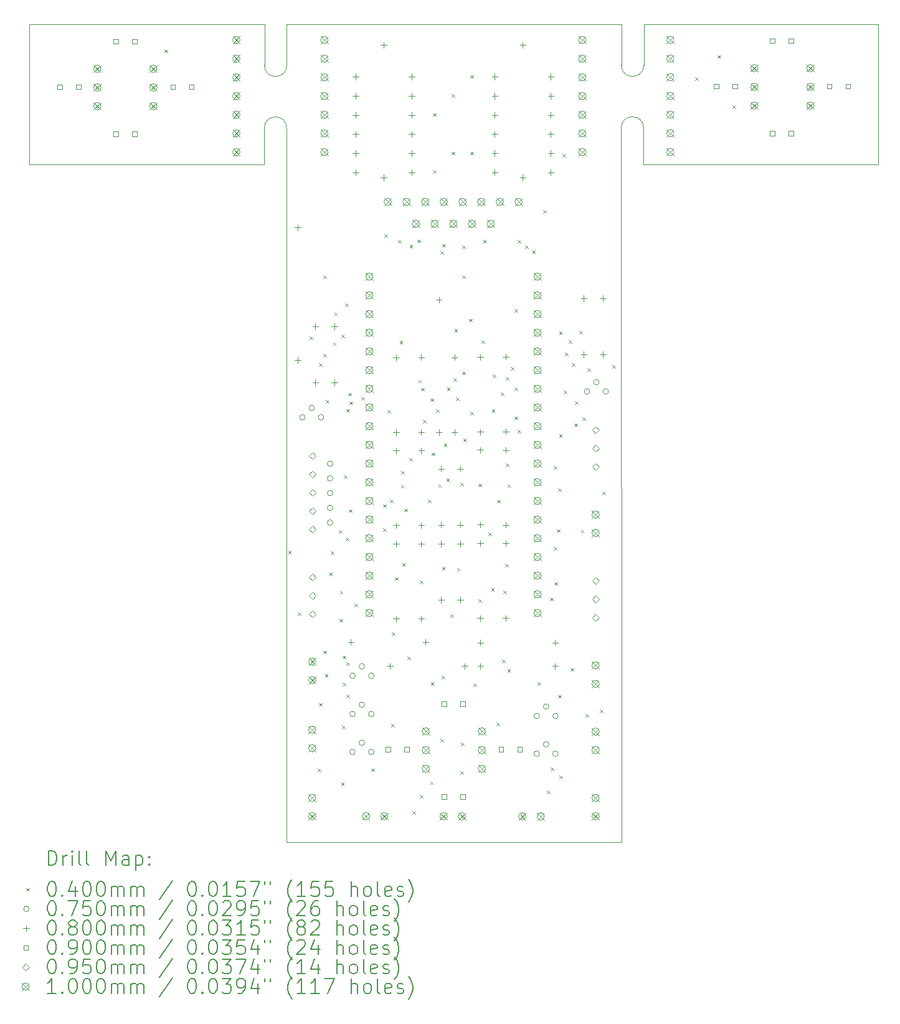
<source format=gbr>
%TF.GenerationSoftware,KiCad,Pcbnew,7.0.7*%
%TF.CreationDate,2023-09-25T22:52:53-04:00*%
%TF.ProjectId,Matrix,4d617472-6978-42e6-9b69-6361645f7063,rev?*%
%TF.SameCoordinates,Original*%
%TF.FileFunction,Drillmap*%
%TF.FilePolarity,Positive*%
%FSLAX45Y45*%
G04 Gerber Fmt 4.5, Leading zero omitted, Abs format (unit mm)*
G04 Created by KiCad (PCBNEW 7.0.7) date 2023-09-25 22:52:53*
%MOMM*%
%LPD*%
G01*
G04 APERTURE LIST*
%ADD10C,0.100000*%
%ADD11C,0.200000*%
%ADD12C,0.040000*%
%ADD13C,0.075000*%
%ADD14C,0.080000*%
%ADD15C,0.090000*%
%ADD16C,0.095000*%
G04 APERTURE END LIST*
D10*
X16850000Y-15402500D02*
X16848000Y-5697000D01*
X17154000Y-4291000D02*
X20342099Y-4291000D01*
X12302000Y-4845000D02*
X12302000Y-4291000D01*
X11996000Y-5698000D02*
X11996000Y-6193000D01*
X12300000Y-5698000D02*
G75*
G03*
X11996000Y-5698000I-152000J0D01*
G01*
X12299000Y-15402500D02*
X16850000Y-15402500D01*
X12302000Y-4291000D02*
X16850000Y-4291000D01*
X8804899Y-6193000D02*
X8804899Y-4291000D01*
X12299000Y-15402500D02*
X12300000Y-5698000D01*
X17154000Y-4844000D02*
X17154000Y-4291000D01*
X20342099Y-4291000D02*
X20343099Y-6192700D01*
X8804899Y-4291000D02*
X11998000Y-4291000D01*
X16850000Y-4844000D02*
X16850000Y-4291000D01*
X16850000Y-4844000D02*
G75*
G03*
X17154000Y-4844000I152000J0D01*
G01*
X11998000Y-4845000D02*
G75*
G03*
X12302000Y-4845000I152000J0D01*
G01*
X17152000Y-5697000D02*
G75*
G03*
X16848000Y-5697000I-152000J0D01*
G01*
X17152000Y-5697000D02*
X17152000Y-6193000D01*
X20343099Y-6192700D02*
X17152000Y-6193000D01*
X11996000Y-6193000D02*
X8804899Y-6193000D01*
X11998000Y-4845000D02*
X11998000Y-4291000D01*
D11*
D12*
X10636920Y-4632080D02*
X10676920Y-4672080D01*
X10676920Y-4632080D02*
X10636920Y-4672080D01*
X12320000Y-11442500D02*
X12360000Y-11482500D01*
X12360000Y-11442500D02*
X12320000Y-11482500D01*
X12450000Y-12280000D02*
X12490000Y-12320000D01*
X12490000Y-12280000D02*
X12450000Y-12320000D01*
X12610000Y-8532500D02*
X12650000Y-8572500D01*
X12650000Y-8532500D02*
X12610000Y-8572500D01*
X12723000Y-14409000D02*
X12763000Y-14449000D01*
X12763000Y-14409000D02*
X12723000Y-14449000D01*
X12738000Y-8897000D02*
X12778000Y-8937000D01*
X12778000Y-8897000D02*
X12738000Y-8937000D01*
X12740000Y-13512500D02*
X12780000Y-13552500D01*
X12780000Y-13512500D02*
X12740000Y-13552500D01*
X12800000Y-7702500D02*
X12840000Y-7742500D01*
X12840000Y-7702500D02*
X12800000Y-7742500D01*
X12800000Y-8770000D02*
X12840000Y-8810000D01*
X12840000Y-8770000D02*
X12800000Y-8810000D01*
X12800000Y-12802500D02*
X12840000Y-12842500D01*
X12840000Y-12802500D02*
X12800000Y-12842500D01*
X12820000Y-13120000D02*
X12860000Y-13160000D01*
X12860000Y-13120000D02*
X12820000Y-13160000D01*
X12831000Y-9397000D02*
X12871000Y-9437000D01*
X12871000Y-9397000D02*
X12831000Y-9437000D01*
X12880000Y-11740000D02*
X12920000Y-11780000D01*
X12920000Y-11740000D02*
X12880000Y-11780000D01*
X12900000Y-11450000D02*
X12940000Y-11490000D01*
X12940000Y-11450000D02*
X12900000Y-11490000D01*
X12930000Y-8610000D02*
X12970000Y-8650000D01*
X12970000Y-8610000D02*
X12930000Y-8650000D01*
X12948200Y-8204300D02*
X12988200Y-8244300D01*
X12988200Y-8204300D02*
X12948200Y-8244300D01*
X13012550Y-11165497D02*
X13052550Y-11205496D01*
X13052550Y-11165497D02*
X13012550Y-11205496D01*
X13020000Y-12370000D02*
X13060000Y-12410000D01*
X13060000Y-12370000D02*
X13020000Y-12410000D01*
X13022550Y-11990000D02*
X13062550Y-12030000D01*
X13062550Y-11990000D02*
X13022550Y-12030000D01*
X13040000Y-14592500D02*
X13080000Y-14632500D01*
X13080000Y-14592500D02*
X13040000Y-14632500D01*
X13042013Y-8503187D02*
X13082013Y-8543187D01*
X13082013Y-8503187D02*
X13042013Y-8543187D01*
X13050000Y-13822500D02*
X13090000Y-13862500D01*
X13090000Y-13822500D02*
X13050000Y-13862500D01*
X13060000Y-13240000D02*
X13100000Y-13280000D01*
X13100000Y-13240000D02*
X13060000Y-13280000D01*
X13061691Y-12869455D02*
X13101691Y-12909455D01*
X13101691Y-12869455D02*
X13061691Y-12909455D01*
X13077550Y-10420050D02*
X13117550Y-10460050D01*
X13117550Y-10420050D02*
X13077550Y-10460050D01*
X13097450Y-8080000D02*
X13137450Y-8120000D01*
X13137450Y-8080000D02*
X13097450Y-8120000D01*
X13102550Y-11267619D02*
X13142550Y-11307619D01*
X13142550Y-11267619D02*
X13102550Y-11307619D01*
X13110000Y-12956955D02*
X13150000Y-12996955D01*
X13150000Y-12956955D02*
X13110000Y-12996955D01*
X13110230Y-9517770D02*
X13150230Y-9557770D01*
X13150230Y-9517770D02*
X13110230Y-9557770D01*
X13112000Y-13397000D02*
X13152000Y-13437000D01*
X13152000Y-13397000D02*
X13112000Y-13437000D01*
X13137000Y-9296000D02*
X13177000Y-9336000D01*
X13177000Y-9296000D02*
X13137000Y-9336000D01*
X13147550Y-10880000D02*
X13187550Y-10920000D01*
X13187550Y-10880000D02*
X13147550Y-10920000D01*
X13153000Y-9416000D02*
X13193000Y-9456000D01*
X13193000Y-9416000D02*
X13153000Y-9456000D01*
X13220000Y-12162500D02*
X13260000Y-12202500D01*
X13260000Y-12162500D02*
X13220000Y-12202500D01*
X13314552Y-9349145D02*
X13354552Y-9389145D01*
X13354552Y-9349145D02*
X13314552Y-9389145D01*
X13450000Y-14402500D02*
X13490000Y-14442500D01*
X13490000Y-14402500D02*
X13450000Y-14442500D01*
X13612450Y-10812500D02*
X13652450Y-10852500D01*
X13652450Y-10812500D02*
X13612450Y-10852500D01*
X13612450Y-11140000D02*
X13652450Y-11180000D01*
X13652450Y-11140000D02*
X13612450Y-11180000D01*
X13630000Y-7142800D02*
X13670000Y-7182800D01*
X13670000Y-7142800D02*
X13630000Y-7182800D01*
X13672450Y-9530050D02*
X13712450Y-9570050D01*
X13712450Y-9530050D02*
X13672450Y-9570050D01*
X13707550Y-10750000D02*
X13747550Y-10790000D01*
X13747550Y-10750000D02*
X13707550Y-10790000D01*
X13724000Y-13795000D02*
X13764000Y-13835000D01*
X13764000Y-13795000D02*
X13724000Y-13835000D01*
X13730000Y-12550000D02*
X13770000Y-12590000D01*
X13770000Y-12550000D02*
X13730000Y-12590000D01*
X13770000Y-11802500D02*
X13810000Y-11842500D01*
X13810000Y-11802500D02*
X13770000Y-11842500D01*
X13817550Y-7219000D02*
X13857550Y-7259000D01*
X13857550Y-7219000D02*
X13817550Y-7259000D01*
X13837000Y-8590000D02*
X13877000Y-8630000D01*
X13877000Y-8590000D02*
X13837000Y-8630000D01*
X13852450Y-10550000D02*
X13892450Y-10590000D01*
X13892450Y-10550000D02*
X13852450Y-10590000D01*
X13860000Y-10360000D02*
X13900000Y-10400000D01*
X13900000Y-10360000D02*
X13860000Y-10400000D01*
X13870000Y-11610000D02*
X13910000Y-11650000D01*
X13910000Y-11610000D02*
X13870000Y-11650000D01*
X13897550Y-10871500D02*
X13937550Y-10911500D01*
X13937550Y-10871500D02*
X13897550Y-10911500D01*
X13940000Y-12880000D02*
X13980000Y-12920000D01*
X13980000Y-12880000D02*
X13940000Y-12920000D01*
X13970000Y-10180000D02*
X14010000Y-10220000D01*
X14010000Y-10180000D02*
X13970000Y-10220000D01*
X13971964Y-7287750D02*
X14011964Y-7327750D01*
X14011964Y-7287750D02*
X13971964Y-7327750D01*
X14010000Y-14980000D02*
X14050000Y-15020000D01*
X14050000Y-14980000D02*
X14010000Y-15020000D01*
X14079000Y-7215250D02*
X14119000Y-7255250D01*
X14119000Y-7215250D02*
X14079000Y-7255250D01*
X14090000Y-9120000D02*
X14130000Y-9160000D01*
X14130000Y-9120000D02*
X14090000Y-9160000D01*
X14110000Y-11852500D02*
X14150000Y-11892500D01*
X14150000Y-11852500D02*
X14110000Y-11892500D01*
X14110000Y-14760000D02*
X14150000Y-14800000D01*
X14150000Y-14760000D02*
X14110000Y-14800000D01*
X14130000Y-9230000D02*
X14170000Y-9270000D01*
X14170000Y-9230000D02*
X14130000Y-9270000D01*
X14154020Y-9664020D02*
X14194020Y-9704020D01*
X14194020Y-9664020D02*
X14154020Y-9704020D01*
X14220000Y-10750000D02*
X14260000Y-10790000D01*
X14260000Y-10750000D02*
X14220000Y-10790000D01*
X14250000Y-14580000D02*
X14290000Y-14620000D01*
X14290000Y-14580000D02*
X14250000Y-14620000D01*
X14257550Y-9372500D02*
X14297550Y-9412500D01*
X14297550Y-9372500D02*
X14257550Y-9412500D01*
X14260000Y-13232500D02*
X14300000Y-13272500D01*
X14300000Y-13232500D02*
X14260000Y-13272500D01*
X14270000Y-10110000D02*
X14310000Y-10150000D01*
X14310000Y-10110000D02*
X14270000Y-10150000D01*
X14290000Y-5496000D02*
X14330000Y-5536000D01*
X14330000Y-5496000D02*
X14290000Y-5536000D01*
X14291401Y-6270000D02*
X14331401Y-6310000D01*
X14331401Y-6270000D02*
X14291401Y-6310000D01*
X14330758Y-9520050D02*
X14370758Y-9560050D01*
X14370758Y-9520050D02*
X14330758Y-9560050D01*
X14360000Y-10542500D02*
X14400000Y-10582500D01*
X14400000Y-10542500D02*
X14360000Y-10582500D01*
X14390000Y-7371400D02*
X14430000Y-7411400D01*
X14430000Y-7371400D02*
X14390000Y-7411400D01*
X14390000Y-14000000D02*
X14430000Y-14040000D01*
X14430000Y-14000000D02*
X14390000Y-14040000D01*
X14406680Y-13145819D02*
X14446680Y-13185819D01*
X14446680Y-13145819D02*
X14406680Y-13185819D01*
X14412000Y-11662000D02*
X14452000Y-11702000D01*
X14452000Y-11662000D02*
X14412000Y-11702000D01*
X14413848Y-7274337D02*
X14453848Y-7314337D01*
X14453848Y-7274337D02*
X14413848Y-7314337D01*
X14437550Y-9990000D02*
X14477550Y-10030000D01*
X14477550Y-9990000D02*
X14437550Y-10030000D01*
X14470000Y-10460000D02*
X14510000Y-10500000D01*
X14510000Y-10460000D02*
X14470000Y-10500000D01*
X14480000Y-9227550D02*
X14520000Y-9267550D01*
X14520000Y-9227550D02*
X14480000Y-9267550D01*
X14527000Y-12309000D02*
X14567000Y-12349000D01*
X14567000Y-12309000D02*
X14527000Y-12349000D01*
X14545401Y-5240000D02*
X14585401Y-5280000D01*
X14585401Y-5240000D02*
X14545401Y-5280000D01*
X14545401Y-6020000D02*
X14585401Y-6060000D01*
X14585401Y-6020000D02*
X14545401Y-6060000D01*
X14570000Y-9100000D02*
X14610000Y-9140000D01*
X14610000Y-9100000D02*
X14570000Y-9140000D01*
X14580000Y-8430000D02*
X14620000Y-8470000D01*
X14620000Y-8430000D02*
X14580000Y-8470000D01*
X14600000Y-9362550D02*
X14640000Y-9402550D01*
X14640000Y-9362550D02*
X14600000Y-9402550D01*
X14614000Y-11677000D02*
X14654000Y-11717000D01*
X14654000Y-11677000D02*
X14614000Y-11717000D01*
X14660000Y-10522500D02*
X14700000Y-10562500D01*
X14700000Y-10522500D02*
X14660000Y-10562500D01*
X14662000Y-14441000D02*
X14702000Y-14481000D01*
X14702000Y-14441000D02*
X14662000Y-14481000D01*
X14670000Y-14050000D02*
X14710000Y-14090000D01*
X14710000Y-14050000D02*
X14670000Y-14090000D01*
X14690000Y-7295200D02*
X14730000Y-7335200D01*
X14730000Y-7295200D02*
X14690000Y-7335200D01*
X14690000Y-7698500D02*
X14730000Y-7738500D01*
X14730000Y-7698500D02*
X14690000Y-7738500D01*
X14690000Y-9010000D02*
X14730000Y-9050000D01*
X14730000Y-9010000D02*
X14690000Y-9050000D01*
X14700000Y-9920000D02*
X14740000Y-9960000D01*
X14740000Y-9920000D02*
X14700000Y-9960000D01*
X14780000Y-8290000D02*
X14820000Y-8330000D01*
X14820000Y-8290000D02*
X14780000Y-8330000D01*
X14794950Y-9552450D02*
X14834950Y-9592450D01*
X14834950Y-9552450D02*
X14794950Y-9592450D01*
X14799401Y-6020000D02*
X14839401Y-6060000D01*
X14839401Y-6020000D02*
X14799401Y-6060000D01*
X14800000Y-4980000D02*
X14840000Y-5020000D01*
X14840000Y-4980000D02*
X14800000Y-5020000D01*
X14842000Y-13245000D02*
X14882000Y-13285000D01*
X14882000Y-13245000D02*
X14842000Y-13285000D01*
X14910000Y-10532500D02*
X14950000Y-10572500D01*
X14950000Y-10532500D02*
X14910000Y-10572500D01*
X14910000Y-12102500D02*
X14950000Y-12142500D01*
X14950000Y-12102500D02*
X14910000Y-12142500D01*
X14950000Y-8580000D02*
X14990000Y-8620000D01*
X14990000Y-8580000D02*
X14950000Y-8620000D01*
X14970000Y-7219000D02*
X15010000Y-7259000D01*
X15010000Y-7219000D02*
X14970000Y-7259000D01*
X15040000Y-11200000D02*
X15080000Y-11240000D01*
X15080000Y-11200000D02*
X15040000Y-11240000D01*
X15080000Y-11952500D02*
X15120000Y-11992500D01*
X15120000Y-11952500D02*
X15080000Y-11992500D01*
X15090000Y-9520000D02*
X15130000Y-9560000D01*
X15130000Y-9520000D02*
X15090000Y-9560000D01*
X15100000Y-9047450D02*
X15140000Y-9087450D01*
X15140000Y-9047450D02*
X15100000Y-9087450D01*
X15150000Y-13782500D02*
X15190000Y-13822500D01*
X15190000Y-13782500D02*
X15150000Y-13822500D01*
X15160000Y-10752500D02*
X15200000Y-10792500D01*
X15200000Y-10752500D02*
X15160000Y-10792500D01*
X15210000Y-9290000D02*
X15250000Y-9330000D01*
X15250000Y-9290000D02*
X15210000Y-9330000D01*
X15230000Y-12922500D02*
X15270000Y-12962500D01*
X15270000Y-12922500D02*
X15230000Y-12962500D01*
X15247000Y-11983000D02*
X15287000Y-12023000D01*
X15287000Y-11983000D02*
X15247000Y-12023000D01*
X15270000Y-11622500D02*
X15310000Y-11662500D01*
X15310000Y-11622500D02*
X15270000Y-11662500D01*
X15279000Y-10259000D02*
X15319000Y-10299000D01*
X15319000Y-10259000D02*
X15279000Y-10299000D01*
X15280000Y-9080000D02*
X15320000Y-9120000D01*
X15320000Y-9080000D02*
X15280000Y-9120000D01*
X15300000Y-10542500D02*
X15340000Y-10582500D01*
X15340000Y-10542500D02*
X15300000Y-10582500D01*
X15300000Y-13050000D02*
X15340000Y-13090000D01*
X15340000Y-13050000D02*
X15300000Y-13090000D01*
X15349000Y-8945000D02*
X15389000Y-8985000D01*
X15389000Y-8945000D02*
X15349000Y-8985000D01*
X15397550Y-8160000D02*
X15437550Y-8200000D01*
X15437550Y-8160000D02*
X15397550Y-8200000D01*
X15397550Y-9222500D02*
X15437550Y-9262500D01*
X15437550Y-9222500D02*
X15397550Y-9262500D01*
X15397550Y-9617550D02*
X15437550Y-9657550D01*
X15437550Y-9617550D02*
X15397550Y-9657550D01*
X15440000Y-7219000D02*
X15480000Y-7259000D01*
X15480000Y-7219000D02*
X15440000Y-7259000D01*
X15442550Y-9802500D02*
X15482550Y-9842500D01*
X15482550Y-9802500D02*
X15442550Y-9842500D01*
X15542450Y-7295200D02*
X15582450Y-7335200D01*
X15582450Y-7295200D02*
X15542450Y-7335200D01*
X15640000Y-7360000D02*
X15680000Y-7400000D01*
X15680000Y-7360000D02*
X15640000Y-7400000D01*
X15710000Y-13232500D02*
X15750000Y-13272500D01*
X15750000Y-13232500D02*
X15710000Y-13272500D01*
X15790000Y-6812600D02*
X15830000Y-6852600D01*
X15830000Y-6812600D02*
X15790000Y-6852600D01*
X15840000Y-14702500D02*
X15880000Y-14742500D01*
X15880000Y-14702500D02*
X15840000Y-14742500D01*
X15879000Y-12081500D02*
X15919000Y-12121500D01*
X15919000Y-12081500D02*
X15879000Y-12121500D01*
X15890000Y-14392500D02*
X15930000Y-14432500D01*
X15930000Y-14392500D02*
X15890000Y-14432500D01*
X15929950Y-11390000D02*
X15969950Y-11430000D01*
X15969950Y-11390000D02*
X15929950Y-11430000D01*
X15930000Y-10292500D02*
X15970000Y-10332500D01*
X15970000Y-10292500D02*
X15930000Y-10332500D01*
X15940000Y-11870000D02*
X15980000Y-11910000D01*
X15980000Y-11870000D02*
X15940000Y-11910000D01*
X15972000Y-11152000D02*
X16012000Y-11192000D01*
X16012000Y-11152000D02*
X15972000Y-11192000D01*
X15989000Y-10598000D02*
X16029000Y-10638000D01*
X16029000Y-10598000D02*
X15989000Y-10638000D01*
X15990000Y-13402500D02*
X16030000Y-13442500D01*
X16030000Y-13402500D02*
X15990000Y-13442500D01*
X16002450Y-8460500D02*
X16042450Y-8500500D01*
X16042450Y-8460500D02*
X16002450Y-8500500D01*
X16002450Y-9862500D02*
X16042450Y-9902500D01*
X16042450Y-9862500D02*
X16002450Y-9902500D01*
X16010000Y-14500000D02*
X16050000Y-14540000D01*
X16050000Y-14500000D02*
X16010000Y-14540000D01*
X16047550Y-6050000D02*
X16087550Y-6090000D01*
X16087550Y-6050000D02*
X16047550Y-6090000D01*
X16066000Y-9268000D02*
X16106000Y-9308000D01*
X16106000Y-9268000D02*
X16066000Y-9308000D01*
X16085000Y-8751000D02*
X16125000Y-8791000D01*
X16125000Y-8751000D02*
X16085000Y-8791000D01*
X16135050Y-8582500D02*
X16175050Y-8622500D01*
X16175050Y-8582500D02*
X16135050Y-8622500D01*
X16160000Y-13040000D02*
X16200000Y-13080000D01*
X16200000Y-13040000D02*
X16160000Y-13080000D01*
X16180000Y-8892500D02*
X16220000Y-8932500D01*
X16220000Y-8892500D02*
X16180000Y-8932500D01*
X16212450Y-9712500D02*
X16252450Y-9752500D01*
X16252450Y-9712500D02*
X16212450Y-9752500D01*
X16220000Y-9412500D02*
X16260000Y-9452500D01*
X16260000Y-9412500D02*
X16220000Y-9452500D01*
X16280000Y-8452500D02*
X16320000Y-8492500D01*
X16320000Y-8452500D02*
X16280000Y-8492500D01*
X16300000Y-11160000D02*
X16340000Y-11200000D01*
X16340000Y-11160000D02*
X16300000Y-11200000D01*
X16320000Y-9632500D02*
X16360000Y-9672500D01*
X16360000Y-9632500D02*
X16320000Y-9672500D01*
X16362455Y-13662495D02*
X16402455Y-13702495D01*
X16402455Y-13662495D02*
X16362455Y-13702495D01*
X16390000Y-8962500D02*
X16430000Y-9002500D01*
X16430000Y-8962500D02*
X16390000Y-9002500D01*
X16560000Y-13602500D02*
X16600000Y-13642500D01*
X16600000Y-13602500D02*
X16560000Y-13642500D01*
X16590000Y-10640000D02*
X16630000Y-10680000D01*
X16630000Y-10640000D02*
X16590000Y-10680000D01*
X16730000Y-8922500D02*
X16770000Y-8962500D01*
X16770000Y-8922500D02*
X16730000Y-8962500D01*
X17856400Y-5006000D02*
X17896400Y-5046000D01*
X17896400Y-5006000D02*
X17856400Y-5046000D01*
X18157096Y-4707096D02*
X18197096Y-4747096D01*
X18197096Y-4707096D02*
X18157096Y-4747096D01*
X18362869Y-5387470D02*
X18402869Y-5427470D01*
X18402869Y-5387470D02*
X18362869Y-5427470D01*
D13*
X12550500Y-9629500D02*
G75*
G03*
X12550500Y-9629500I-37500J0D01*
G01*
X12677500Y-9502500D02*
G75*
G03*
X12677500Y-9502500I-37500J0D01*
G01*
X12804500Y-9629500D02*
G75*
G03*
X12804500Y-9629500I-37500J0D01*
G01*
X12927500Y-10260000D02*
G75*
G03*
X12927500Y-10260000I-37500J0D01*
G01*
X12927500Y-10460000D02*
G75*
G03*
X12927500Y-10460000I-37500J0D01*
G01*
X12927500Y-10660000D02*
G75*
G03*
X12927500Y-10660000I-37500J0D01*
G01*
X12927500Y-10860000D02*
G75*
G03*
X12927500Y-10860000I-37500J0D01*
G01*
X12927500Y-11060000D02*
G75*
G03*
X12927500Y-11060000I-37500J0D01*
G01*
X13233500Y-13142500D02*
G75*
G03*
X13233500Y-13142500I-37500J0D01*
G01*
X13233500Y-13662500D02*
G75*
G03*
X13233500Y-13662500I-37500J0D01*
G01*
X13233500Y-14179500D02*
G75*
G03*
X13233500Y-14179500I-37500J0D01*
G01*
X13360500Y-13015500D02*
G75*
G03*
X13360500Y-13015500I-37500J0D01*
G01*
X13360500Y-13535500D02*
G75*
G03*
X13360500Y-13535500I-37500J0D01*
G01*
X13360500Y-14052500D02*
G75*
G03*
X13360500Y-14052500I-37500J0D01*
G01*
X13487500Y-13142500D02*
G75*
G03*
X13487500Y-13142500I-37500J0D01*
G01*
X13487500Y-13662500D02*
G75*
G03*
X13487500Y-13662500I-37500J0D01*
G01*
X13487500Y-14179500D02*
G75*
G03*
X13487500Y-14179500I-37500J0D01*
G01*
X15737500Y-13688500D02*
G75*
G03*
X15737500Y-13688500I-37500J0D01*
G01*
X15737500Y-14202500D02*
G75*
G03*
X15737500Y-14202500I-37500J0D01*
G01*
X15864500Y-13561500D02*
G75*
G03*
X15864500Y-13561500I-37500J0D01*
G01*
X15864500Y-14075500D02*
G75*
G03*
X15864500Y-14075500I-37500J0D01*
G01*
X15991500Y-13688500D02*
G75*
G03*
X15991500Y-13688500I-37500J0D01*
G01*
X15991500Y-14202500D02*
G75*
G03*
X15991500Y-14202500I-37500J0D01*
G01*
X16420500Y-9279500D02*
G75*
G03*
X16420500Y-9279500I-37500J0D01*
G01*
X16547500Y-9152500D02*
G75*
G03*
X16547500Y-9152500I-37500J0D01*
G01*
X16674500Y-9279500D02*
G75*
G03*
X16674500Y-9279500I-37500J0D01*
G01*
D14*
X12450000Y-7010000D02*
X12450000Y-7090000D01*
X12410000Y-7050000D02*
X12490000Y-7050000D01*
X12450000Y-8810000D02*
X12450000Y-8890000D01*
X12410000Y-8850000D02*
X12490000Y-8850000D01*
X12690000Y-8352500D02*
X12690000Y-8432500D01*
X12650000Y-8392500D02*
X12730000Y-8392500D01*
X12690000Y-9114500D02*
X12690000Y-9194500D01*
X12650000Y-9154500D02*
X12730000Y-9154500D01*
X12950000Y-8352500D02*
X12950000Y-8432500D01*
X12910000Y-8392500D02*
X12990000Y-8392500D01*
X12950000Y-9114500D02*
X12950000Y-9194500D01*
X12910000Y-9154500D02*
X12990000Y-9154500D01*
X13174000Y-12642500D02*
X13174000Y-12722500D01*
X13134000Y-12682500D02*
X13214000Y-12682500D01*
X13238000Y-4960000D02*
X13238000Y-5040000D01*
X13198000Y-5000000D02*
X13278000Y-5000000D01*
X13238000Y-5220000D02*
X13238000Y-5300000D01*
X13198000Y-5260000D02*
X13278000Y-5260000D01*
X13238000Y-5480000D02*
X13238000Y-5560000D01*
X13198000Y-5520000D02*
X13278000Y-5520000D01*
X13238000Y-5740000D02*
X13238000Y-5820000D01*
X13198000Y-5780000D02*
X13278000Y-5780000D01*
X13238000Y-6000000D02*
X13238000Y-6080000D01*
X13198000Y-6040000D02*
X13278000Y-6040000D01*
X13238000Y-6260000D02*
X13238000Y-6340000D01*
X13198000Y-6300000D02*
X13278000Y-6300000D01*
X13620000Y-4530000D02*
X13620000Y-4610000D01*
X13580000Y-4570000D02*
X13660000Y-4570000D01*
X13620000Y-6330000D02*
X13620000Y-6410000D01*
X13580000Y-6370000D02*
X13660000Y-6370000D01*
X13704000Y-12972500D02*
X13704000Y-13052500D01*
X13664000Y-13012500D02*
X13744000Y-13012500D01*
X13790000Y-8776500D02*
X13790000Y-8856500D01*
X13750000Y-8816500D02*
X13830000Y-8816500D01*
X13790000Y-9792500D02*
X13790000Y-9872500D01*
X13750000Y-9832500D02*
X13830000Y-9832500D01*
X13790000Y-10042500D02*
X13790000Y-10122500D01*
X13750000Y-10082500D02*
X13830000Y-10082500D01*
X13790000Y-11058500D02*
X13790000Y-11138500D01*
X13750000Y-11098500D02*
X13830000Y-11098500D01*
X13790000Y-11312500D02*
X13790000Y-11392500D01*
X13750000Y-11352500D02*
X13830000Y-11352500D01*
X13790000Y-12328500D02*
X13790000Y-12408500D01*
X13750000Y-12368500D02*
X13830000Y-12368500D01*
X14000000Y-4960000D02*
X14000000Y-5040000D01*
X13960000Y-5000000D02*
X14040000Y-5000000D01*
X14000000Y-5220000D02*
X14000000Y-5300000D01*
X13960000Y-5260000D02*
X14040000Y-5260000D01*
X14000000Y-5480000D02*
X14000000Y-5560000D01*
X13960000Y-5520000D02*
X14040000Y-5520000D01*
X14000000Y-5740000D02*
X14000000Y-5820000D01*
X13960000Y-5780000D02*
X14040000Y-5780000D01*
X14000000Y-6000000D02*
X14000000Y-6080000D01*
X13960000Y-6040000D02*
X14040000Y-6040000D01*
X14000000Y-6260000D02*
X14000000Y-6340000D01*
X13960000Y-6300000D02*
X14040000Y-6300000D01*
X14130000Y-8774500D02*
X14130000Y-8854500D01*
X14090000Y-8814500D02*
X14170000Y-8814500D01*
X14130000Y-9790500D02*
X14130000Y-9870500D01*
X14090000Y-9830500D02*
X14170000Y-9830500D01*
X14130000Y-10042500D02*
X14130000Y-10122500D01*
X14090000Y-10082500D02*
X14170000Y-10082500D01*
X14130000Y-11058500D02*
X14130000Y-11138500D01*
X14090000Y-11098500D02*
X14170000Y-11098500D01*
X14130000Y-11312500D02*
X14130000Y-11392500D01*
X14090000Y-11352500D02*
X14170000Y-11352500D01*
X14130000Y-12328500D02*
X14130000Y-12408500D01*
X14090000Y-12368500D02*
X14170000Y-12368500D01*
X14190000Y-12642500D02*
X14190000Y-12722500D01*
X14150000Y-12682500D02*
X14230000Y-12682500D01*
X14370000Y-7992500D02*
X14370000Y-8072500D01*
X14330000Y-8032500D02*
X14410000Y-8032500D01*
X14370000Y-9792500D02*
X14370000Y-9872500D01*
X14330000Y-9832500D02*
X14410000Y-9832500D01*
X14400000Y-10290000D02*
X14400000Y-10370000D01*
X14360000Y-10330000D02*
X14440000Y-10330000D01*
X14400000Y-11052000D02*
X14400000Y-11132000D01*
X14360000Y-11092000D02*
X14440000Y-11092000D01*
X14400000Y-11309000D02*
X14400000Y-11389000D01*
X14360000Y-11349000D02*
X14440000Y-11349000D01*
X14400000Y-12071000D02*
X14400000Y-12151000D01*
X14360000Y-12111000D02*
X14440000Y-12111000D01*
X14580000Y-8774500D02*
X14580000Y-8854500D01*
X14540000Y-8814500D02*
X14620000Y-8814500D01*
X14580000Y-9790500D02*
X14580000Y-9870500D01*
X14540000Y-9830500D02*
X14620000Y-9830500D01*
X14660000Y-10290000D02*
X14660000Y-10370000D01*
X14620000Y-10330000D02*
X14700000Y-10330000D01*
X14660000Y-11052000D02*
X14660000Y-11132000D01*
X14620000Y-11092000D02*
X14700000Y-11092000D01*
X14660000Y-11309000D02*
X14660000Y-11389000D01*
X14620000Y-11349000D02*
X14700000Y-11349000D01*
X14660000Y-12071000D02*
X14660000Y-12151000D01*
X14620000Y-12111000D02*
X14700000Y-12111000D01*
X14720000Y-12972500D02*
X14720000Y-13052500D01*
X14680000Y-13012500D02*
X14760000Y-13012500D01*
X14930000Y-8772500D02*
X14930000Y-8852500D01*
X14890000Y-8812500D02*
X14970000Y-8812500D01*
X14930000Y-9788500D02*
X14930000Y-9868500D01*
X14890000Y-9828500D02*
X14970000Y-9828500D01*
X14930000Y-10032500D02*
X14930000Y-10112500D01*
X14890000Y-10072500D02*
X14970000Y-10072500D01*
X14930000Y-11048500D02*
X14930000Y-11128500D01*
X14890000Y-11088500D02*
X14970000Y-11088500D01*
X14930000Y-11304500D02*
X14930000Y-11384500D01*
X14890000Y-11344500D02*
X14970000Y-11344500D01*
X14930000Y-12320500D02*
X14930000Y-12400500D01*
X14890000Y-12360500D02*
X14970000Y-12360500D01*
X14934000Y-12652500D02*
X14934000Y-12732500D01*
X14894000Y-12692500D02*
X14974000Y-12692500D01*
X14934000Y-12972500D02*
X14934000Y-13052500D01*
X14894000Y-13012500D02*
X14974000Y-13012500D01*
X15128000Y-4960000D02*
X15128000Y-5040000D01*
X15088000Y-5000000D02*
X15168000Y-5000000D01*
X15128000Y-5220000D02*
X15128000Y-5300000D01*
X15088000Y-5260000D02*
X15168000Y-5260000D01*
X15128000Y-5480000D02*
X15128000Y-5560000D01*
X15088000Y-5520000D02*
X15168000Y-5520000D01*
X15128000Y-5740000D02*
X15128000Y-5820000D01*
X15088000Y-5780000D02*
X15168000Y-5780000D01*
X15128000Y-6000000D02*
X15128000Y-6080000D01*
X15088000Y-6040000D02*
X15168000Y-6040000D01*
X15130000Y-6260000D02*
X15130000Y-6340000D01*
X15090000Y-6300000D02*
X15170000Y-6300000D01*
X15280000Y-8766500D02*
X15280000Y-8846500D01*
X15240000Y-8806500D02*
X15320000Y-8806500D01*
X15280000Y-9782500D02*
X15280000Y-9862500D01*
X15240000Y-9822500D02*
X15320000Y-9822500D01*
X15280000Y-10036500D02*
X15280000Y-10116500D01*
X15240000Y-10076500D02*
X15320000Y-10076500D01*
X15280000Y-11052500D02*
X15280000Y-11132500D01*
X15240000Y-11092500D02*
X15320000Y-11092500D01*
X15280000Y-11302500D02*
X15280000Y-11382500D01*
X15240000Y-11342500D02*
X15320000Y-11342500D01*
X15280000Y-12318500D02*
X15280000Y-12398500D01*
X15240000Y-12358500D02*
X15320000Y-12358500D01*
X15510000Y-4530000D02*
X15510000Y-4610000D01*
X15470000Y-4570000D02*
X15550000Y-4570000D01*
X15510000Y-6330000D02*
X15510000Y-6410000D01*
X15470000Y-6370000D02*
X15550000Y-6370000D01*
X15890000Y-4960000D02*
X15890000Y-5040000D01*
X15850000Y-5000000D02*
X15930000Y-5000000D01*
X15890000Y-5220000D02*
X15890000Y-5300000D01*
X15850000Y-5260000D02*
X15930000Y-5260000D01*
X15890000Y-5480000D02*
X15890000Y-5560000D01*
X15850000Y-5520000D02*
X15930000Y-5520000D01*
X15890000Y-5740000D02*
X15890000Y-5820000D01*
X15850000Y-5780000D02*
X15930000Y-5780000D01*
X15890000Y-6000000D02*
X15890000Y-6080000D01*
X15850000Y-6040000D02*
X15930000Y-6040000D01*
X15892000Y-6260000D02*
X15892000Y-6340000D01*
X15852000Y-6300000D02*
X15932000Y-6300000D01*
X15950000Y-12652500D02*
X15950000Y-12732500D01*
X15910000Y-12692500D02*
X15990000Y-12692500D01*
X15950000Y-12972500D02*
X15950000Y-13052500D01*
X15910000Y-13012500D02*
X15990000Y-13012500D01*
X16340000Y-7972500D02*
X16340000Y-8052500D01*
X16300000Y-8012500D02*
X16380000Y-8012500D01*
X16340000Y-8734500D02*
X16340000Y-8814500D01*
X16300000Y-8774500D02*
X16380000Y-8774500D01*
X16600000Y-7972500D02*
X16600000Y-8052500D01*
X16560000Y-8012500D02*
X16640000Y-8012500D01*
X16600000Y-8734500D02*
X16600000Y-8814500D01*
X16560000Y-8774500D02*
X16640000Y-8774500D01*
D15*
X9247820Y-5170520D02*
X9247820Y-5106880D01*
X9184180Y-5106880D01*
X9184180Y-5170520D01*
X9247820Y-5170520D01*
X9501820Y-5170520D02*
X9501820Y-5106880D01*
X9438180Y-5106880D01*
X9438180Y-5170520D01*
X9501820Y-5170520D01*
X10008721Y-4550520D02*
X10008721Y-4486880D01*
X9945081Y-4486880D01*
X9945081Y-4550520D01*
X10008721Y-4550520D01*
X10008721Y-5810520D02*
X10008721Y-5746880D01*
X9945081Y-5746880D01*
X9945081Y-5810520D01*
X10008721Y-5810520D01*
X10262721Y-4550520D02*
X10262721Y-4486880D01*
X10199081Y-4486880D01*
X10199081Y-4550520D01*
X10262721Y-4550520D01*
X10262721Y-5810520D02*
X10262721Y-5746880D01*
X10199081Y-5746880D01*
X10199081Y-5810520D01*
X10262721Y-5810520D01*
X10783820Y-5170520D02*
X10783820Y-5106880D01*
X10720180Y-5106880D01*
X10720180Y-5170520D01*
X10783820Y-5170520D01*
X11037820Y-5170520D02*
X11037820Y-5106880D01*
X10974180Y-5106880D01*
X10974180Y-5170520D01*
X11037820Y-5170520D01*
X13709320Y-14176820D02*
X13709320Y-14113180D01*
X13645680Y-14113180D01*
X13645680Y-14176820D01*
X13709320Y-14176820D01*
X13963320Y-14176820D02*
X13963320Y-14113180D01*
X13899680Y-14113180D01*
X13899680Y-14176820D01*
X13963320Y-14176820D01*
X14470221Y-13556820D02*
X14470221Y-13493180D01*
X14406581Y-13493180D01*
X14406581Y-13556820D01*
X14470221Y-13556820D01*
X14470221Y-14816820D02*
X14470221Y-14753180D01*
X14406581Y-14753180D01*
X14406581Y-14816820D01*
X14470221Y-14816820D01*
X14724221Y-13556820D02*
X14724221Y-13493180D01*
X14660581Y-13493180D01*
X14660581Y-13556820D01*
X14724221Y-13556820D01*
X14724221Y-14816820D02*
X14724221Y-14753180D01*
X14660581Y-14753180D01*
X14660581Y-14816820D01*
X14724221Y-14816820D01*
X15245320Y-14176820D02*
X15245320Y-14113180D01*
X15181680Y-14113180D01*
X15181680Y-14176820D01*
X15245320Y-14176820D01*
X15499320Y-14176820D02*
X15499320Y-14113180D01*
X15435680Y-14113180D01*
X15435680Y-14176820D01*
X15499320Y-14176820D01*
X18171370Y-5163020D02*
X18171370Y-5099380D01*
X18107729Y-5099380D01*
X18107729Y-5163020D01*
X18171370Y-5163020D01*
X18425370Y-5163020D02*
X18425370Y-5099380D01*
X18361729Y-5099380D01*
X18361729Y-5163020D01*
X18425370Y-5163020D01*
X18932271Y-4543020D02*
X18932271Y-4479380D01*
X18868630Y-4479380D01*
X18868630Y-4543020D01*
X18932271Y-4543020D01*
X18932271Y-5803020D02*
X18932271Y-5739380D01*
X18868630Y-5739380D01*
X18868630Y-5803020D01*
X18932271Y-5803020D01*
X19186271Y-4543020D02*
X19186271Y-4479380D01*
X19122630Y-4479380D01*
X19122630Y-4543020D01*
X19186271Y-4543020D01*
X19186271Y-5803020D02*
X19186271Y-5739380D01*
X19122630Y-5739380D01*
X19122630Y-5803020D01*
X19186271Y-5803020D01*
X19707370Y-5163020D02*
X19707370Y-5099380D01*
X19643729Y-5099380D01*
X19643729Y-5163020D01*
X19707370Y-5163020D01*
X19961370Y-5163020D02*
X19961370Y-5099380D01*
X19897729Y-5099380D01*
X19897729Y-5163020D01*
X19961370Y-5163020D01*
D16*
X12650000Y-10200000D02*
X12697500Y-10152500D01*
X12650000Y-10105000D01*
X12602500Y-10152500D01*
X12650000Y-10200000D01*
X12650000Y-10450000D02*
X12697500Y-10402500D01*
X12650000Y-10355000D01*
X12602500Y-10402500D01*
X12650000Y-10450000D01*
X12650000Y-10700000D02*
X12697500Y-10652500D01*
X12650000Y-10605000D01*
X12602500Y-10652500D01*
X12650000Y-10700000D01*
X12650000Y-10950000D02*
X12697500Y-10902500D01*
X12650000Y-10855000D01*
X12602500Y-10902500D01*
X12650000Y-10950000D01*
X12650000Y-11200000D02*
X12697500Y-11152500D01*
X12650000Y-11105000D01*
X12602500Y-11152500D01*
X12650000Y-11200000D01*
X12650000Y-11850000D02*
X12697500Y-11802500D01*
X12650000Y-11755000D01*
X12602500Y-11802500D01*
X12650000Y-11850000D01*
X12650000Y-12100000D02*
X12697500Y-12052500D01*
X12650000Y-12005000D01*
X12602500Y-12052500D01*
X12650000Y-12100000D01*
X12650000Y-12350000D02*
X12697500Y-12302500D01*
X12650000Y-12255000D01*
X12602500Y-12302500D01*
X12650000Y-12350000D01*
X16500000Y-9850000D02*
X16547500Y-9802500D01*
X16500000Y-9755000D01*
X16452500Y-9802500D01*
X16500000Y-9850000D01*
X16500000Y-10100000D02*
X16547500Y-10052500D01*
X16500000Y-10005000D01*
X16452500Y-10052500D01*
X16500000Y-10100000D01*
X16500000Y-10350000D02*
X16547500Y-10302500D01*
X16500000Y-10255000D01*
X16452500Y-10302500D01*
X16500000Y-10350000D01*
X16500000Y-11900000D02*
X16547500Y-11852500D01*
X16500000Y-11805000D01*
X16452500Y-11852500D01*
X16500000Y-11900000D01*
X16500000Y-12150000D02*
X16547500Y-12102500D01*
X16500000Y-12055000D01*
X16452500Y-12102500D01*
X16500000Y-12150000D01*
X16500000Y-12400000D02*
X16547500Y-12352500D01*
X16500000Y-12305000D01*
X16452500Y-12352500D01*
X16500000Y-12400000D01*
D10*
X9677675Y-4842450D02*
X9777675Y-4942450D01*
X9777675Y-4842450D02*
X9677675Y-4942450D01*
X9777675Y-4892450D02*
G75*
G03*
X9777675Y-4892450I-50000J0D01*
G01*
X9677675Y-5096450D02*
X9777675Y-5196450D01*
X9777675Y-5096450D02*
X9677675Y-5196450D01*
X9777675Y-5146450D02*
G75*
G03*
X9777675Y-5146450I-50000J0D01*
G01*
X9677675Y-5350450D02*
X9777675Y-5450450D01*
X9777675Y-5350450D02*
X9677675Y-5450450D01*
X9777675Y-5400450D02*
G75*
G03*
X9777675Y-5400450I-50000J0D01*
G01*
X10439675Y-4842450D02*
X10539675Y-4942450D01*
X10539675Y-4842450D02*
X10439675Y-4942450D01*
X10539675Y-4892450D02*
G75*
G03*
X10539675Y-4892450I-50000J0D01*
G01*
X10439675Y-5096450D02*
X10539675Y-5196450D01*
X10539675Y-5096450D02*
X10439675Y-5196450D01*
X10539675Y-5146450D02*
G75*
G03*
X10539675Y-5146450I-50000J0D01*
G01*
X10439675Y-5350450D02*
X10539675Y-5450450D01*
X10539675Y-5350450D02*
X10439675Y-5450450D01*
X10539675Y-5400450D02*
G75*
G03*
X10539675Y-5400450I-50000J0D01*
G01*
X11565901Y-4451000D02*
X11665901Y-4551000D01*
X11665901Y-4451000D02*
X11565901Y-4551000D01*
X11665901Y-4501000D02*
G75*
G03*
X11665901Y-4501000I-50000J0D01*
G01*
X11565901Y-4705000D02*
X11665901Y-4805000D01*
X11665901Y-4705000D02*
X11565901Y-4805000D01*
X11665901Y-4755000D02*
G75*
G03*
X11665901Y-4755000I-50000J0D01*
G01*
X11565901Y-4959000D02*
X11665901Y-5059000D01*
X11665901Y-4959000D02*
X11565901Y-5059000D01*
X11665901Y-5009000D02*
G75*
G03*
X11665901Y-5009000I-50000J0D01*
G01*
X11565901Y-5213000D02*
X11665901Y-5313000D01*
X11665901Y-5213000D02*
X11565901Y-5313000D01*
X11665901Y-5263000D02*
G75*
G03*
X11665901Y-5263000I-50000J0D01*
G01*
X11565901Y-5467000D02*
X11665901Y-5567000D01*
X11665901Y-5467000D02*
X11565901Y-5567000D01*
X11665901Y-5517000D02*
G75*
G03*
X11665901Y-5517000I-50000J0D01*
G01*
X11565901Y-5721000D02*
X11665901Y-5821000D01*
X11665901Y-5721000D02*
X11565901Y-5821000D01*
X11665901Y-5771000D02*
G75*
G03*
X11665901Y-5771000I-50000J0D01*
G01*
X11565901Y-5975000D02*
X11665901Y-6075000D01*
X11665901Y-5975000D02*
X11565901Y-6075000D01*
X11665901Y-6025000D02*
G75*
G03*
X11665901Y-6025000I-50000J0D01*
G01*
X12597500Y-13827500D02*
X12697500Y-13927500D01*
X12697500Y-13827500D02*
X12597500Y-13927500D01*
X12697500Y-13877500D02*
G75*
G03*
X12697500Y-13877500I-50000J0D01*
G01*
X12597500Y-14077500D02*
X12697500Y-14177500D01*
X12697500Y-14077500D02*
X12597500Y-14177500D01*
X12697500Y-14127500D02*
G75*
G03*
X12697500Y-14127500I-50000J0D01*
G01*
X12597500Y-14752500D02*
X12697500Y-14852500D01*
X12697500Y-14752500D02*
X12597500Y-14852500D01*
X12697500Y-14802500D02*
G75*
G03*
X12697500Y-14802500I-50000J0D01*
G01*
X12597500Y-15002500D02*
X12697500Y-15102500D01*
X12697500Y-15002500D02*
X12597500Y-15102500D01*
X12697500Y-15052500D02*
G75*
G03*
X12697500Y-15052500I-50000J0D01*
G01*
X12600000Y-12902500D02*
X12700000Y-13002500D01*
X12700000Y-12902500D02*
X12600000Y-13002500D01*
X12700000Y-12952500D02*
G75*
G03*
X12700000Y-12952500I-50000J0D01*
G01*
X12600000Y-13152500D02*
X12700000Y-13252500D01*
X12700000Y-13152500D02*
X12600000Y-13252500D01*
X12700000Y-13202500D02*
G75*
G03*
X12700000Y-13202500I-50000J0D01*
G01*
X12762901Y-4451000D02*
X12862901Y-4551000D01*
X12862901Y-4451000D02*
X12762901Y-4551000D01*
X12862901Y-4501000D02*
G75*
G03*
X12862901Y-4501000I-50000J0D01*
G01*
X12762901Y-4705000D02*
X12862901Y-4805000D01*
X12862901Y-4705000D02*
X12762901Y-4805000D01*
X12862901Y-4755000D02*
G75*
G03*
X12862901Y-4755000I-50000J0D01*
G01*
X12762901Y-4959000D02*
X12862901Y-5059000D01*
X12862901Y-4959000D02*
X12762901Y-5059000D01*
X12862901Y-5009000D02*
G75*
G03*
X12862901Y-5009000I-50000J0D01*
G01*
X12762901Y-5213000D02*
X12862901Y-5313000D01*
X12862901Y-5213000D02*
X12762901Y-5313000D01*
X12862901Y-5263000D02*
G75*
G03*
X12862901Y-5263000I-50000J0D01*
G01*
X12762901Y-5467000D02*
X12862901Y-5567000D01*
X12862901Y-5467000D02*
X12762901Y-5567000D01*
X12862901Y-5517000D02*
G75*
G03*
X12862901Y-5517000I-50000J0D01*
G01*
X12762901Y-5721000D02*
X12862901Y-5821000D01*
X12862901Y-5721000D02*
X12762901Y-5821000D01*
X12862901Y-5771000D02*
G75*
G03*
X12862901Y-5771000I-50000J0D01*
G01*
X12762901Y-5975000D02*
X12862901Y-6075000D01*
X12862901Y-5975000D02*
X12762901Y-6075000D01*
X12862901Y-6025000D02*
G75*
G03*
X12862901Y-6025000I-50000J0D01*
G01*
X13328401Y-15002500D02*
X13428401Y-15102500D01*
X13428401Y-15002500D02*
X13328401Y-15102500D01*
X13428401Y-15052500D02*
G75*
G03*
X13428401Y-15052500I-50000J0D01*
G01*
X13375000Y-7668500D02*
X13475000Y-7768500D01*
X13475000Y-7668500D02*
X13375000Y-7768500D01*
X13475000Y-7718500D02*
G75*
G03*
X13475000Y-7718500I-50000J0D01*
G01*
X13375000Y-7922500D02*
X13475000Y-8022500D01*
X13475000Y-7922500D02*
X13375000Y-8022500D01*
X13475000Y-7972500D02*
G75*
G03*
X13475000Y-7972500I-50000J0D01*
G01*
X13375000Y-8176500D02*
X13475000Y-8276500D01*
X13475000Y-8176500D02*
X13375000Y-8276500D01*
X13475000Y-8226500D02*
G75*
G03*
X13475000Y-8226500I-50000J0D01*
G01*
X13375000Y-8430500D02*
X13475000Y-8530500D01*
X13475000Y-8430500D02*
X13375000Y-8530500D01*
X13475000Y-8480500D02*
G75*
G03*
X13475000Y-8480500I-50000J0D01*
G01*
X13375000Y-8684500D02*
X13475000Y-8784500D01*
X13475000Y-8684500D02*
X13375000Y-8784500D01*
X13475000Y-8734500D02*
G75*
G03*
X13475000Y-8734500I-50000J0D01*
G01*
X13375000Y-8938500D02*
X13475000Y-9038500D01*
X13475000Y-8938500D02*
X13375000Y-9038500D01*
X13475000Y-8988500D02*
G75*
G03*
X13475000Y-8988500I-50000J0D01*
G01*
X13375000Y-9192500D02*
X13475000Y-9292500D01*
X13475000Y-9192500D02*
X13375000Y-9292500D01*
X13475000Y-9242500D02*
G75*
G03*
X13475000Y-9242500I-50000J0D01*
G01*
X13375000Y-9446500D02*
X13475000Y-9546500D01*
X13475000Y-9446500D02*
X13375000Y-9546500D01*
X13475000Y-9496500D02*
G75*
G03*
X13475000Y-9496500I-50000J0D01*
G01*
X13375000Y-9700500D02*
X13475000Y-9800500D01*
X13475000Y-9700500D02*
X13375000Y-9800500D01*
X13475000Y-9750500D02*
G75*
G03*
X13475000Y-9750500I-50000J0D01*
G01*
X13375000Y-9954500D02*
X13475000Y-10054500D01*
X13475000Y-9954500D02*
X13375000Y-10054500D01*
X13475000Y-10004500D02*
G75*
G03*
X13475000Y-10004500I-50000J0D01*
G01*
X13375000Y-10208500D02*
X13475000Y-10308500D01*
X13475000Y-10208500D02*
X13375000Y-10308500D01*
X13475000Y-10258500D02*
G75*
G03*
X13475000Y-10258500I-50000J0D01*
G01*
X13375000Y-10462500D02*
X13475000Y-10562500D01*
X13475000Y-10462500D02*
X13375000Y-10562500D01*
X13475000Y-10512500D02*
G75*
G03*
X13475000Y-10512500I-50000J0D01*
G01*
X13375000Y-10716500D02*
X13475000Y-10816500D01*
X13475000Y-10716500D02*
X13375000Y-10816500D01*
X13475000Y-10766500D02*
G75*
G03*
X13475000Y-10766500I-50000J0D01*
G01*
X13375000Y-10970500D02*
X13475000Y-11070500D01*
X13475000Y-10970500D02*
X13375000Y-11070500D01*
X13475000Y-11020500D02*
G75*
G03*
X13475000Y-11020500I-50000J0D01*
G01*
X13375000Y-11224500D02*
X13475000Y-11324500D01*
X13475000Y-11224500D02*
X13375000Y-11324500D01*
X13475000Y-11274500D02*
G75*
G03*
X13475000Y-11274500I-50000J0D01*
G01*
X13375000Y-11478500D02*
X13475000Y-11578500D01*
X13475000Y-11478500D02*
X13375000Y-11578500D01*
X13475000Y-11528500D02*
G75*
G03*
X13475000Y-11528500I-50000J0D01*
G01*
X13375000Y-11732500D02*
X13475000Y-11832500D01*
X13475000Y-11732500D02*
X13375000Y-11832500D01*
X13475000Y-11782500D02*
G75*
G03*
X13475000Y-11782500I-50000J0D01*
G01*
X13375000Y-11986500D02*
X13475000Y-12086500D01*
X13475000Y-11986500D02*
X13375000Y-12086500D01*
X13475000Y-12036500D02*
G75*
G03*
X13475000Y-12036500I-50000J0D01*
G01*
X13375000Y-12240500D02*
X13475000Y-12340500D01*
X13475000Y-12240500D02*
X13375000Y-12340500D01*
X13475000Y-12290500D02*
G75*
G03*
X13475000Y-12290500I-50000J0D01*
G01*
X13578401Y-15002500D02*
X13678401Y-15102500D01*
X13678401Y-15002500D02*
X13578401Y-15102500D01*
X13678401Y-15052500D02*
G75*
G03*
X13678401Y-15052500I-50000J0D01*
G01*
X13625401Y-6650000D02*
X13725401Y-6750000D01*
X13725401Y-6650000D02*
X13625401Y-6750000D01*
X13725401Y-6700000D02*
G75*
G03*
X13725401Y-6700000I-50000J0D01*
G01*
X13879401Y-6650000D02*
X13979401Y-6750000D01*
X13979401Y-6650000D02*
X13879401Y-6750000D01*
X13979401Y-6700000D02*
G75*
G03*
X13979401Y-6700000I-50000J0D01*
G01*
X14007401Y-6950000D02*
X14107401Y-7050000D01*
X14107401Y-6950000D02*
X14007401Y-7050000D01*
X14107401Y-7000000D02*
G75*
G03*
X14107401Y-7000000I-50000J0D01*
G01*
X14133401Y-6650000D02*
X14233401Y-6750000D01*
X14233401Y-6650000D02*
X14133401Y-6750000D01*
X14233401Y-6700000D02*
G75*
G03*
X14233401Y-6700000I-50000J0D01*
G01*
X14142651Y-13848750D02*
X14242651Y-13948750D01*
X14242651Y-13848750D02*
X14142651Y-13948750D01*
X14242651Y-13898750D02*
G75*
G03*
X14242651Y-13898750I-50000J0D01*
G01*
X14142651Y-14102750D02*
X14242651Y-14202750D01*
X14242651Y-14102750D02*
X14142651Y-14202750D01*
X14242651Y-14152750D02*
G75*
G03*
X14242651Y-14152750I-50000J0D01*
G01*
X14142651Y-14356750D02*
X14242651Y-14456750D01*
X14242651Y-14356750D02*
X14142651Y-14456750D01*
X14242651Y-14406750D02*
G75*
G03*
X14242651Y-14406750I-50000J0D01*
G01*
X14261401Y-6950000D02*
X14361401Y-7050000D01*
X14361401Y-6950000D02*
X14261401Y-7050000D01*
X14361401Y-7000000D02*
G75*
G03*
X14361401Y-7000000I-50000J0D01*
G01*
X14383000Y-15003750D02*
X14483000Y-15103750D01*
X14483000Y-15003750D02*
X14383000Y-15103750D01*
X14483000Y-15053750D02*
G75*
G03*
X14483000Y-15053750I-50000J0D01*
G01*
X14387401Y-6650000D02*
X14487401Y-6750000D01*
X14487401Y-6650000D02*
X14387401Y-6750000D01*
X14487401Y-6700000D02*
G75*
G03*
X14487401Y-6700000I-50000J0D01*
G01*
X14515401Y-6950000D02*
X14615401Y-7050000D01*
X14615401Y-6950000D02*
X14515401Y-7050000D01*
X14615401Y-7000000D02*
G75*
G03*
X14615401Y-7000000I-50000J0D01*
G01*
X14633000Y-15003750D02*
X14733000Y-15103750D01*
X14733000Y-15003750D02*
X14633000Y-15103750D01*
X14733000Y-15053750D02*
G75*
G03*
X14733000Y-15053750I-50000J0D01*
G01*
X14641401Y-6650000D02*
X14741401Y-6750000D01*
X14741401Y-6650000D02*
X14641401Y-6750000D01*
X14741401Y-6700000D02*
G75*
G03*
X14741401Y-6700000I-50000J0D01*
G01*
X14769401Y-6950000D02*
X14869401Y-7050000D01*
X14869401Y-6950000D02*
X14769401Y-7050000D01*
X14869401Y-7000000D02*
G75*
G03*
X14869401Y-7000000I-50000J0D01*
G01*
X14895401Y-6650000D02*
X14995401Y-6750000D01*
X14995401Y-6650000D02*
X14895401Y-6750000D01*
X14995401Y-6700000D02*
G75*
G03*
X14995401Y-6700000I-50000J0D01*
G01*
X14904651Y-13848750D02*
X15004651Y-13948750D01*
X15004651Y-13848750D02*
X14904651Y-13948750D01*
X15004651Y-13898750D02*
G75*
G03*
X15004651Y-13898750I-50000J0D01*
G01*
X14904651Y-14102750D02*
X15004651Y-14202750D01*
X15004651Y-14102750D02*
X14904651Y-14202750D01*
X15004651Y-14152750D02*
G75*
G03*
X15004651Y-14152750I-50000J0D01*
G01*
X14904651Y-14356750D02*
X15004651Y-14456750D01*
X15004651Y-14356750D02*
X14904651Y-14456750D01*
X15004651Y-14406750D02*
G75*
G03*
X15004651Y-14406750I-50000J0D01*
G01*
X15023401Y-6950000D02*
X15123401Y-7050000D01*
X15123401Y-6950000D02*
X15023401Y-7050000D01*
X15123401Y-7000000D02*
G75*
G03*
X15123401Y-7000000I-50000J0D01*
G01*
X15149401Y-6650000D02*
X15249401Y-6750000D01*
X15249401Y-6650000D02*
X15149401Y-6750000D01*
X15249401Y-6700000D02*
G75*
G03*
X15249401Y-6700000I-50000J0D01*
G01*
X15403401Y-6650000D02*
X15503401Y-6750000D01*
X15503401Y-6650000D02*
X15403401Y-6750000D01*
X15503401Y-6700000D02*
G75*
G03*
X15503401Y-6700000I-50000J0D01*
G01*
X15453401Y-15005000D02*
X15553401Y-15105000D01*
X15553401Y-15005000D02*
X15453401Y-15105000D01*
X15553401Y-15055000D02*
G75*
G03*
X15553401Y-15055000I-50000J0D01*
G01*
X15660000Y-7668500D02*
X15760000Y-7768500D01*
X15760000Y-7668500D02*
X15660000Y-7768500D01*
X15760000Y-7718500D02*
G75*
G03*
X15760000Y-7718500I-50000J0D01*
G01*
X15660000Y-7922500D02*
X15760000Y-8022500D01*
X15760000Y-7922500D02*
X15660000Y-8022500D01*
X15760000Y-7972500D02*
G75*
G03*
X15760000Y-7972500I-50000J0D01*
G01*
X15660000Y-8176500D02*
X15760000Y-8276500D01*
X15760000Y-8176500D02*
X15660000Y-8276500D01*
X15760000Y-8226500D02*
G75*
G03*
X15760000Y-8226500I-50000J0D01*
G01*
X15660000Y-8430500D02*
X15760000Y-8530500D01*
X15760000Y-8430500D02*
X15660000Y-8530500D01*
X15760000Y-8480500D02*
G75*
G03*
X15760000Y-8480500I-50000J0D01*
G01*
X15660000Y-8684500D02*
X15760000Y-8784500D01*
X15760000Y-8684500D02*
X15660000Y-8784500D01*
X15760000Y-8734500D02*
G75*
G03*
X15760000Y-8734500I-50000J0D01*
G01*
X15660000Y-8938500D02*
X15760000Y-9038500D01*
X15760000Y-8938500D02*
X15660000Y-9038500D01*
X15760000Y-8988500D02*
G75*
G03*
X15760000Y-8988500I-50000J0D01*
G01*
X15660000Y-9192500D02*
X15760000Y-9292500D01*
X15760000Y-9192500D02*
X15660000Y-9292500D01*
X15760000Y-9242500D02*
G75*
G03*
X15760000Y-9242500I-50000J0D01*
G01*
X15660000Y-9446500D02*
X15760000Y-9546500D01*
X15760000Y-9446500D02*
X15660000Y-9546500D01*
X15760000Y-9496500D02*
G75*
G03*
X15760000Y-9496500I-50000J0D01*
G01*
X15660000Y-9700500D02*
X15760000Y-9800500D01*
X15760000Y-9700500D02*
X15660000Y-9800500D01*
X15760000Y-9750500D02*
G75*
G03*
X15760000Y-9750500I-50000J0D01*
G01*
X15660000Y-9954500D02*
X15760000Y-10054500D01*
X15760000Y-9954500D02*
X15660000Y-10054500D01*
X15760000Y-10004500D02*
G75*
G03*
X15760000Y-10004500I-50000J0D01*
G01*
X15660000Y-10208500D02*
X15760000Y-10308500D01*
X15760000Y-10208500D02*
X15660000Y-10308500D01*
X15760000Y-10258500D02*
G75*
G03*
X15760000Y-10258500I-50000J0D01*
G01*
X15660000Y-10462500D02*
X15760000Y-10562500D01*
X15760000Y-10462500D02*
X15660000Y-10562500D01*
X15760000Y-10512500D02*
G75*
G03*
X15760000Y-10512500I-50000J0D01*
G01*
X15660000Y-10716500D02*
X15760000Y-10816500D01*
X15760000Y-10716500D02*
X15660000Y-10816500D01*
X15760000Y-10766500D02*
G75*
G03*
X15760000Y-10766500I-50000J0D01*
G01*
X15660000Y-10970500D02*
X15760000Y-11070500D01*
X15760000Y-10970500D02*
X15660000Y-11070500D01*
X15760000Y-11020500D02*
G75*
G03*
X15760000Y-11020500I-50000J0D01*
G01*
X15660000Y-11224500D02*
X15760000Y-11324500D01*
X15760000Y-11224500D02*
X15660000Y-11324500D01*
X15760000Y-11274500D02*
G75*
G03*
X15760000Y-11274500I-50000J0D01*
G01*
X15660000Y-11478500D02*
X15760000Y-11578500D01*
X15760000Y-11478500D02*
X15660000Y-11578500D01*
X15760000Y-11528500D02*
G75*
G03*
X15760000Y-11528500I-50000J0D01*
G01*
X15660000Y-11732500D02*
X15760000Y-11832500D01*
X15760000Y-11732500D02*
X15660000Y-11832500D01*
X15760000Y-11782500D02*
G75*
G03*
X15760000Y-11782500I-50000J0D01*
G01*
X15660000Y-11986500D02*
X15760000Y-12086500D01*
X15760000Y-11986500D02*
X15660000Y-12086500D01*
X15760000Y-12036500D02*
G75*
G03*
X15760000Y-12036500I-50000J0D01*
G01*
X15660000Y-12240500D02*
X15760000Y-12340500D01*
X15760000Y-12240500D02*
X15660000Y-12340500D01*
X15760000Y-12290500D02*
G75*
G03*
X15760000Y-12290500I-50000J0D01*
G01*
X15703401Y-15005000D02*
X15803401Y-15105000D01*
X15803401Y-15005000D02*
X15703401Y-15105000D01*
X15803401Y-15055000D02*
G75*
G03*
X15803401Y-15055000I-50000J0D01*
G01*
X16268901Y-4450000D02*
X16368901Y-4550000D01*
X16368901Y-4450000D02*
X16268901Y-4550000D01*
X16368901Y-4500000D02*
G75*
G03*
X16368901Y-4500000I-50000J0D01*
G01*
X16268901Y-4704000D02*
X16368901Y-4804000D01*
X16368901Y-4704000D02*
X16268901Y-4804000D01*
X16368901Y-4754000D02*
G75*
G03*
X16368901Y-4754000I-50000J0D01*
G01*
X16268901Y-4958000D02*
X16368901Y-5058000D01*
X16368901Y-4958000D02*
X16268901Y-5058000D01*
X16368901Y-5008000D02*
G75*
G03*
X16368901Y-5008000I-50000J0D01*
G01*
X16268901Y-5212000D02*
X16368901Y-5312000D01*
X16368901Y-5212000D02*
X16268901Y-5312000D01*
X16368901Y-5262000D02*
G75*
G03*
X16368901Y-5262000I-50000J0D01*
G01*
X16268901Y-5466000D02*
X16368901Y-5566000D01*
X16368901Y-5466000D02*
X16268901Y-5566000D01*
X16368901Y-5516000D02*
G75*
G03*
X16368901Y-5516000I-50000J0D01*
G01*
X16268901Y-5720000D02*
X16368901Y-5820000D01*
X16368901Y-5720000D02*
X16268901Y-5820000D01*
X16368901Y-5770000D02*
G75*
G03*
X16368901Y-5770000I-50000J0D01*
G01*
X16268901Y-5974000D02*
X16368901Y-6074000D01*
X16368901Y-5974000D02*
X16268901Y-6074000D01*
X16368901Y-6024000D02*
G75*
G03*
X16368901Y-6024000I-50000J0D01*
G01*
X16450000Y-10902500D02*
X16550000Y-11002500D01*
X16550000Y-10902500D02*
X16450000Y-11002500D01*
X16550000Y-10952500D02*
G75*
G03*
X16550000Y-10952500I-50000J0D01*
G01*
X16450000Y-11152500D02*
X16550000Y-11252500D01*
X16550000Y-11152500D02*
X16450000Y-11252500D01*
X16550000Y-11202500D02*
G75*
G03*
X16550000Y-11202500I-50000J0D01*
G01*
X16450000Y-12952500D02*
X16550000Y-13052500D01*
X16550000Y-12952500D02*
X16450000Y-13052500D01*
X16550000Y-13002500D02*
G75*
G03*
X16550000Y-13002500I-50000J0D01*
G01*
X16450000Y-13202500D02*
X16550000Y-13302500D01*
X16550000Y-13202500D02*
X16450000Y-13302500D01*
X16550000Y-13252500D02*
G75*
G03*
X16550000Y-13252500I-50000J0D01*
G01*
X16450000Y-13852500D02*
X16550000Y-13952500D01*
X16550000Y-13852500D02*
X16450000Y-13952500D01*
X16550000Y-13902500D02*
G75*
G03*
X16550000Y-13902500I-50000J0D01*
G01*
X16450000Y-14102500D02*
X16550000Y-14202500D01*
X16550000Y-14102500D02*
X16450000Y-14202500D01*
X16550000Y-14152500D02*
G75*
G03*
X16550000Y-14152500I-50000J0D01*
G01*
X16450000Y-14752500D02*
X16550000Y-14852500D01*
X16550000Y-14752500D02*
X16450000Y-14852500D01*
X16550000Y-14802500D02*
G75*
G03*
X16550000Y-14802500I-50000J0D01*
G01*
X16450000Y-15002500D02*
X16550000Y-15102500D01*
X16550000Y-15002500D02*
X16450000Y-15102500D01*
X16550000Y-15052500D02*
G75*
G03*
X16550000Y-15052500I-50000J0D01*
G01*
X17465901Y-4450000D02*
X17565901Y-4550000D01*
X17565901Y-4450000D02*
X17465901Y-4550000D01*
X17565901Y-4500000D02*
G75*
G03*
X17565901Y-4500000I-50000J0D01*
G01*
X17465901Y-4704000D02*
X17565901Y-4804000D01*
X17565901Y-4704000D02*
X17465901Y-4804000D01*
X17565901Y-4754000D02*
G75*
G03*
X17565901Y-4754000I-50000J0D01*
G01*
X17465901Y-4958000D02*
X17565901Y-5058000D01*
X17565901Y-4958000D02*
X17465901Y-5058000D01*
X17565901Y-5008000D02*
G75*
G03*
X17565901Y-5008000I-50000J0D01*
G01*
X17465901Y-5212000D02*
X17565901Y-5312000D01*
X17565901Y-5212000D02*
X17465901Y-5312000D01*
X17565901Y-5262000D02*
G75*
G03*
X17565901Y-5262000I-50000J0D01*
G01*
X17465901Y-5466000D02*
X17565901Y-5566000D01*
X17565901Y-5466000D02*
X17465901Y-5566000D01*
X17565901Y-5516000D02*
G75*
G03*
X17565901Y-5516000I-50000J0D01*
G01*
X17465901Y-5720000D02*
X17565901Y-5820000D01*
X17565901Y-5720000D02*
X17465901Y-5820000D01*
X17565901Y-5770000D02*
G75*
G03*
X17565901Y-5770000I-50000J0D01*
G01*
X17465901Y-5974000D02*
X17565901Y-6074000D01*
X17565901Y-5974000D02*
X17465901Y-6074000D01*
X17565901Y-6024000D02*
G75*
G03*
X17565901Y-6024000I-50000J0D01*
G01*
X18607627Y-4834950D02*
X18707627Y-4934950D01*
X18707627Y-4834950D02*
X18607627Y-4934950D01*
X18707627Y-4884950D02*
G75*
G03*
X18707627Y-4884950I-50000J0D01*
G01*
X18607627Y-5088950D02*
X18707627Y-5188950D01*
X18707627Y-5088950D02*
X18607627Y-5188950D01*
X18707627Y-5138950D02*
G75*
G03*
X18707627Y-5138950I-50000J0D01*
G01*
X18607627Y-5342950D02*
X18707627Y-5442950D01*
X18707627Y-5342950D02*
X18607627Y-5442950D01*
X18707627Y-5392950D02*
G75*
G03*
X18707627Y-5392950I-50000J0D01*
G01*
X19369627Y-4834950D02*
X19469627Y-4934950D01*
X19469627Y-4834950D02*
X19369627Y-4934950D01*
X19469627Y-4884950D02*
G75*
G03*
X19469627Y-4884950I-50000J0D01*
G01*
X19369627Y-5088950D02*
X19469627Y-5188950D01*
X19469627Y-5088950D02*
X19369627Y-5188950D01*
X19469627Y-5138950D02*
G75*
G03*
X19469627Y-5138950I-50000J0D01*
G01*
X19369627Y-5342950D02*
X19469627Y-5442950D01*
X19469627Y-5342950D02*
X19369627Y-5442950D01*
X19469627Y-5392950D02*
G75*
G03*
X19469627Y-5392950I-50000J0D01*
G01*
D11*
X9060676Y-15718984D02*
X9060676Y-15518984D01*
X9060676Y-15518984D02*
X9108295Y-15518984D01*
X9108295Y-15518984D02*
X9136866Y-15528508D01*
X9136866Y-15528508D02*
X9155914Y-15547555D01*
X9155914Y-15547555D02*
X9165438Y-15566603D01*
X9165438Y-15566603D02*
X9174961Y-15604698D01*
X9174961Y-15604698D02*
X9174961Y-15633269D01*
X9174961Y-15633269D02*
X9165438Y-15671365D01*
X9165438Y-15671365D02*
X9155914Y-15690412D01*
X9155914Y-15690412D02*
X9136866Y-15709460D01*
X9136866Y-15709460D02*
X9108295Y-15718984D01*
X9108295Y-15718984D02*
X9060676Y-15718984D01*
X9260676Y-15718984D02*
X9260676Y-15585650D01*
X9260676Y-15623746D02*
X9270200Y-15604698D01*
X9270200Y-15604698D02*
X9279723Y-15595174D01*
X9279723Y-15595174D02*
X9298771Y-15585650D01*
X9298771Y-15585650D02*
X9317819Y-15585650D01*
X9384485Y-15718984D02*
X9384485Y-15585650D01*
X9384485Y-15518984D02*
X9374961Y-15528508D01*
X9374961Y-15528508D02*
X9384485Y-15538031D01*
X9384485Y-15538031D02*
X9394009Y-15528508D01*
X9394009Y-15528508D02*
X9384485Y-15518984D01*
X9384485Y-15518984D02*
X9384485Y-15538031D01*
X9508295Y-15718984D02*
X9489247Y-15709460D01*
X9489247Y-15709460D02*
X9479723Y-15690412D01*
X9479723Y-15690412D02*
X9479723Y-15518984D01*
X9613057Y-15718984D02*
X9594009Y-15709460D01*
X9594009Y-15709460D02*
X9584485Y-15690412D01*
X9584485Y-15690412D02*
X9584485Y-15518984D01*
X9841628Y-15718984D02*
X9841628Y-15518984D01*
X9841628Y-15518984D02*
X9908295Y-15661841D01*
X9908295Y-15661841D02*
X9974961Y-15518984D01*
X9974961Y-15518984D02*
X9974961Y-15718984D01*
X10155914Y-15718984D02*
X10155914Y-15614222D01*
X10155914Y-15614222D02*
X10146390Y-15595174D01*
X10146390Y-15595174D02*
X10127342Y-15585650D01*
X10127342Y-15585650D02*
X10089247Y-15585650D01*
X10089247Y-15585650D02*
X10070200Y-15595174D01*
X10155914Y-15709460D02*
X10136866Y-15718984D01*
X10136866Y-15718984D02*
X10089247Y-15718984D01*
X10089247Y-15718984D02*
X10070200Y-15709460D01*
X10070200Y-15709460D02*
X10060676Y-15690412D01*
X10060676Y-15690412D02*
X10060676Y-15671365D01*
X10060676Y-15671365D02*
X10070200Y-15652317D01*
X10070200Y-15652317D02*
X10089247Y-15642793D01*
X10089247Y-15642793D02*
X10136866Y-15642793D01*
X10136866Y-15642793D02*
X10155914Y-15633269D01*
X10251152Y-15585650D02*
X10251152Y-15785650D01*
X10251152Y-15595174D02*
X10270200Y-15585650D01*
X10270200Y-15585650D02*
X10308295Y-15585650D01*
X10308295Y-15585650D02*
X10327342Y-15595174D01*
X10327342Y-15595174D02*
X10336866Y-15604698D01*
X10336866Y-15604698D02*
X10346390Y-15623746D01*
X10346390Y-15623746D02*
X10346390Y-15680888D01*
X10346390Y-15680888D02*
X10336866Y-15699936D01*
X10336866Y-15699936D02*
X10327342Y-15709460D01*
X10327342Y-15709460D02*
X10308295Y-15718984D01*
X10308295Y-15718984D02*
X10270200Y-15718984D01*
X10270200Y-15718984D02*
X10251152Y-15709460D01*
X10432104Y-15699936D02*
X10441628Y-15709460D01*
X10441628Y-15709460D02*
X10432104Y-15718984D01*
X10432104Y-15718984D02*
X10422581Y-15709460D01*
X10422581Y-15709460D02*
X10432104Y-15699936D01*
X10432104Y-15699936D02*
X10432104Y-15718984D01*
X10432104Y-15595174D02*
X10441628Y-15604698D01*
X10441628Y-15604698D02*
X10432104Y-15614222D01*
X10432104Y-15614222D02*
X10422581Y-15604698D01*
X10422581Y-15604698D02*
X10432104Y-15595174D01*
X10432104Y-15595174D02*
X10432104Y-15614222D01*
D12*
X8759899Y-16027500D02*
X8799899Y-16067500D01*
X8799899Y-16027500D02*
X8759899Y-16067500D01*
D11*
X9098771Y-15938984D02*
X9117819Y-15938984D01*
X9117819Y-15938984D02*
X9136866Y-15948508D01*
X9136866Y-15948508D02*
X9146390Y-15958031D01*
X9146390Y-15958031D02*
X9155914Y-15977079D01*
X9155914Y-15977079D02*
X9165438Y-16015174D01*
X9165438Y-16015174D02*
X9165438Y-16062793D01*
X9165438Y-16062793D02*
X9155914Y-16100888D01*
X9155914Y-16100888D02*
X9146390Y-16119936D01*
X9146390Y-16119936D02*
X9136866Y-16129460D01*
X9136866Y-16129460D02*
X9117819Y-16138984D01*
X9117819Y-16138984D02*
X9098771Y-16138984D01*
X9098771Y-16138984D02*
X9079723Y-16129460D01*
X9079723Y-16129460D02*
X9070200Y-16119936D01*
X9070200Y-16119936D02*
X9060676Y-16100888D01*
X9060676Y-16100888D02*
X9051152Y-16062793D01*
X9051152Y-16062793D02*
X9051152Y-16015174D01*
X9051152Y-16015174D02*
X9060676Y-15977079D01*
X9060676Y-15977079D02*
X9070200Y-15958031D01*
X9070200Y-15958031D02*
X9079723Y-15948508D01*
X9079723Y-15948508D02*
X9098771Y-15938984D01*
X9251152Y-16119936D02*
X9260676Y-16129460D01*
X9260676Y-16129460D02*
X9251152Y-16138984D01*
X9251152Y-16138984D02*
X9241628Y-16129460D01*
X9241628Y-16129460D02*
X9251152Y-16119936D01*
X9251152Y-16119936D02*
X9251152Y-16138984D01*
X9432104Y-16005650D02*
X9432104Y-16138984D01*
X9384485Y-15929460D02*
X9336866Y-16072317D01*
X9336866Y-16072317D02*
X9460676Y-16072317D01*
X9574961Y-15938984D02*
X9594009Y-15938984D01*
X9594009Y-15938984D02*
X9613057Y-15948508D01*
X9613057Y-15948508D02*
X9622581Y-15958031D01*
X9622581Y-15958031D02*
X9632104Y-15977079D01*
X9632104Y-15977079D02*
X9641628Y-16015174D01*
X9641628Y-16015174D02*
X9641628Y-16062793D01*
X9641628Y-16062793D02*
X9632104Y-16100888D01*
X9632104Y-16100888D02*
X9622581Y-16119936D01*
X9622581Y-16119936D02*
X9613057Y-16129460D01*
X9613057Y-16129460D02*
X9594009Y-16138984D01*
X9594009Y-16138984D02*
X9574961Y-16138984D01*
X9574961Y-16138984D02*
X9555914Y-16129460D01*
X9555914Y-16129460D02*
X9546390Y-16119936D01*
X9546390Y-16119936D02*
X9536866Y-16100888D01*
X9536866Y-16100888D02*
X9527342Y-16062793D01*
X9527342Y-16062793D02*
X9527342Y-16015174D01*
X9527342Y-16015174D02*
X9536866Y-15977079D01*
X9536866Y-15977079D02*
X9546390Y-15958031D01*
X9546390Y-15958031D02*
X9555914Y-15948508D01*
X9555914Y-15948508D02*
X9574961Y-15938984D01*
X9765438Y-15938984D02*
X9784485Y-15938984D01*
X9784485Y-15938984D02*
X9803533Y-15948508D01*
X9803533Y-15948508D02*
X9813057Y-15958031D01*
X9813057Y-15958031D02*
X9822581Y-15977079D01*
X9822581Y-15977079D02*
X9832104Y-16015174D01*
X9832104Y-16015174D02*
X9832104Y-16062793D01*
X9832104Y-16062793D02*
X9822581Y-16100888D01*
X9822581Y-16100888D02*
X9813057Y-16119936D01*
X9813057Y-16119936D02*
X9803533Y-16129460D01*
X9803533Y-16129460D02*
X9784485Y-16138984D01*
X9784485Y-16138984D02*
X9765438Y-16138984D01*
X9765438Y-16138984D02*
X9746390Y-16129460D01*
X9746390Y-16129460D02*
X9736866Y-16119936D01*
X9736866Y-16119936D02*
X9727342Y-16100888D01*
X9727342Y-16100888D02*
X9717819Y-16062793D01*
X9717819Y-16062793D02*
X9717819Y-16015174D01*
X9717819Y-16015174D02*
X9727342Y-15977079D01*
X9727342Y-15977079D02*
X9736866Y-15958031D01*
X9736866Y-15958031D02*
X9746390Y-15948508D01*
X9746390Y-15948508D02*
X9765438Y-15938984D01*
X9917819Y-16138984D02*
X9917819Y-16005650D01*
X9917819Y-16024698D02*
X9927342Y-16015174D01*
X9927342Y-16015174D02*
X9946390Y-16005650D01*
X9946390Y-16005650D02*
X9974962Y-16005650D01*
X9974962Y-16005650D02*
X9994009Y-16015174D01*
X9994009Y-16015174D02*
X10003533Y-16034222D01*
X10003533Y-16034222D02*
X10003533Y-16138984D01*
X10003533Y-16034222D02*
X10013057Y-16015174D01*
X10013057Y-16015174D02*
X10032104Y-16005650D01*
X10032104Y-16005650D02*
X10060676Y-16005650D01*
X10060676Y-16005650D02*
X10079723Y-16015174D01*
X10079723Y-16015174D02*
X10089247Y-16034222D01*
X10089247Y-16034222D02*
X10089247Y-16138984D01*
X10184485Y-16138984D02*
X10184485Y-16005650D01*
X10184485Y-16024698D02*
X10194009Y-16015174D01*
X10194009Y-16015174D02*
X10213057Y-16005650D01*
X10213057Y-16005650D02*
X10241628Y-16005650D01*
X10241628Y-16005650D02*
X10260676Y-16015174D01*
X10260676Y-16015174D02*
X10270200Y-16034222D01*
X10270200Y-16034222D02*
X10270200Y-16138984D01*
X10270200Y-16034222D02*
X10279723Y-16015174D01*
X10279723Y-16015174D02*
X10298771Y-16005650D01*
X10298771Y-16005650D02*
X10327342Y-16005650D01*
X10327342Y-16005650D02*
X10346390Y-16015174D01*
X10346390Y-16015174D02*
X10355914Y-16034222D01*
X10355914Y-16034222D02*
X10355914Y-16138984D01*
X10746390Y-15929460D02*
X10574962Y-16186603D01*
X11003533Y-15938984D02*
X11022581Y-15938984D01*
X11022581Y-15938984D02*
X11041628Y-15948508D01*
X11041628Y-15948508D02*
X11051152Y-15958031D01*
X11051152Y-15958031D02*
X11060676Y-15977079D01*
X11060676Y-15977079D02*
X11070200Y-16015174D01*
X11070200Y-16015174D02*
X11070200Y-16062793D01*
X11070200Y-16062793D02*
X11060676Y-16100888D01*
X11060676Y-16100888D02*
X11051152Y-16119936D01*
X11051152Y-16119936D02*
X11041628Y-16129460D01*
X11041628Y-16129460D02*
X11022581Y-16138984D01*
X11022581Y-16138984D02*
X11003533Y-16138984D01*
X11003533Y-16138984D02*
X10984485Y-16129460D01*
X10984485Y-16129460D02*
X10974962Y-16119936D01*
X10974962Y-16119936D02*
X10965438Y-16100888D01*
X10965438Y-16100888D02*
X10955914Y-16062793D01*
X10955914Y-16062793D02*
X10955914Y-16015174D01*
X10955914Y-16015174D02*
X10965438Y-15977079D01*
X10965438Y-15977079D02*
X10974962Y-15958031D01*
X10974962Y-15958031D02*
X10984485Y-15948508D01*
X10984485Y-15948508D02*
X11003533Y-15938984D01*
X11155914Y-16119936D02*
X11165438Y-16129460D01*
X11165438Y-16129460D02*
X11155914Y-16138984D01*
X11155914Y-16138984D02*
X11146390Y-16129460D01*
X11146390Y-16129460D02*
X11155914Y-16119936D01*
X11155914Y-16119936D02*
X11155914Y-16138984D01*
X11289247Y-15938984D02*
X11308295Y-15938984D01*
X11308295Y-15938984D02*
X11327343Y-15948508D01*
X11327343Y-15948508D02*
X11336866Y-15958031D01*
X11336866Y-15958031D02*
X11346390Y-15977079D01*
X11346390Y-15977079D02*
X11355914Y-16015174D01*
X11355914Y-16015174D02*
X11355914Y-16062793D01*
X11355914Y-16062793D02*
X11346390Y-16100888D01*
X11346390Y-16100888D02*
X11336866Y-16119936D01*
X11336866Y-16119936D02*
X11327343Y-16129460D01*
X11327343Y-16129460D02*
X11308295Y-16138984D01*
X11308295Y-16138984D02*
X11289247Y-16138984D01*
X11289247Y-16138984D02*
X11270200Y-16129460D01*
X11270200Y-16129460D02*
X11260676Y-16119936D01*
X11260676Y-16119936D02*
X11251152Y-16100888D01*
X11251152Y-16100888D02*
X11241628Y-16062793D01*
X11241628Y-16062793D02*
X11241628Y-16015174D01*
X11241628Y-16015174D02*
X11251152Y-15977079D01*
X11251152Y-15977079D02*
X11260676Y-15958031D01*
X11260676Y-15958031D02*
X11270200Y-15948508D01*
X11270200Y-15948508D02*
X11289247Y-15938984D01*
X11546390Y-16138984D02*
X11432104Y-16138984D01*
X11489247Y-16138984D02*
X11489247Y-15938984D01*
X11489247Y-15938984D02*
X11470200Y-15967555D01*
X11470200Y-15967555D02*
X11451152Y-15986603D01*
X11451152Y-15986603D02*
X11432104Y-15996127D01*
X11727343Y-15938984D02*
X11632104Y-15938984D01*
X11632104Y-15938984D02*
X11622581Y-16034222D01*
X11622581Y-16034222D02*
X11632104Y-16024698D01*
X11632104Y-16024698D02*
X11651152Y-16015174D01*
X11651152Y-16015174D02*
X11698771Y-16015174D01*
X11698771Y-16015174D02*
X11717819Y-16024698D01*
X11717819Y-16024698D02*
X11727343Y-16034222D01*
X11727343Y-16034222D02*
X11736866Y-16053269D01*
X11736866Y-16053269D02*
X11736866Y-16100888D01*
X11736866Y-16100888D02*
X11727343Y-16119936D01*
X11727343Y-16119936D02*
X11717819Y-16129460D01*
X11717819Y-16129460D02*
X11698771Y-16138984D01*
X11698771Y-16138984D02*
X11651152Y-16138984D01*
X11651152Y-16138984D02*
X11632104Y-16129460D01*
X11632104Y-16129460D02*
X11622581Y-16119936D01*
X11803533Y-15938984D02*
X11936866Y-15938984D01*
X11936866Y-15938984D02*
X11851152Y-16138984D01*
X12003533Y-15938984D02*
X12003533Y-15977079D01*
X12079724Y-15938984D02*
X12079724Y-15977079D01*
X12374962Y-16215174D02*
X12365438Y-16205650D01*
X12365438Y-16205650D02*
X12346390Y-16177079D01*
X12346390Y-16177079D02*
X12336866Y-16158031D01*
X12336866Y-16158031D02*
X12327343Y-16129460D01*
X12327343Y-16129460D02*
X12317819Y-16081841D01*
X12317819Y-16081841D02*
X12317819Y-16043746D01*
X12317819Y-16043746D02*
X12327343Y-15996127D01*
X12327343Y-15996127D02*
X12336866Y-15967555D01*
X12336866Y-15967555D02*
X12346390Y-15948508D01*
X12346390Y-15948508D02*
X12365438Y-15919936D01*
X12365438Y-15919936D02*
X12374962Y-15910412D01*
X12555914Y-16138984D02*
X12441628Y-16138984D01*
X12498771Y-16138984D02*
X12498771Y-15938984D01*
X12498771Y-15938984D02*
X12479724Y-15967555D01*
X12479724Y-15967555D02*
X12460676Y-15986603D01*
X12460676Y-15986603D02*
X12441628Y-15996127D01*
X12736866Y-15938984D02*
X12641628Y-15938984D01*
X12641628Y-15938984D02*
X12632105Y-16034222D01*
X12632105Y-16034222D02*
X12641628Y-16024698D01*
X12641628Y-16024698D02*
X12660676Y-16015174D01*
X12660676Y-16015174D02*
X12708295Y-16015174D01*
X12708295Y-16015174D02*
X12727343Y-16024698D01*
X12727343Y-16024698D02*
X12736866Y-16034222D01*
X12736866Y-16034222D02*
X12746390Y-16053269D01*
X12746390Y-16053269D02*
X12746390Y-16100888D01*
X12746390Y-16100888D02*
X12736866Y-16119936D01*
X12736866Y-16119936D02*
X12727343Y-16129460D01*
X12727343Y-16129460D02*
X12708295Y-16138984D01*
X12708295Y-16138984D02*
X12660676Y-16138984D01*
X12660676Y-16138984D02*
X12641628Y-16129460D01*
X12641628Y-16129460D02*
X12632105Y-16119936D01*
X12927343Y-15938984D02*
X12832105Y-15938984D01*
X12832105Y-15938984D02*
X12822581Y-16034222D01*
X12822581Y-16034222D02*
X12832105Y-16024698D01*
X12832105Y-16024698D02*
X12851152Y-16015174D01*
X12851152Y-16015174D02*
X12898771Y-16015174D01*
X12898771Y-16015174D02*
X12917819Y-16024698D01*
X12917819Y-16024698D02*
X12927343Y-16034222D01*
X12927343Y-16034222D02*
X12936866Y-16053269D01*
X12936866Y-16053269D02*
X12936866Y-16100888D01*
X12936866Y-16100888D02*
X12927343Y-16119936D01*
X12927343Y-16119936D02*
X12917819Y-16129460D01*
X12917819Y-16129460D02*
X12898771Y-16138984D01*
X12898771Y-16138984D02*
X12851152Y-16138984D01*
X12851152Y-16138984D02*
X12832105Y-16129460D01*
X12832105Y-16129460D02*
X12822581Y-16119936D01*
X13174962Y-16138984D02*
X13174962Y-15938984D01*
X13260676Y-16138984D02*
X13260676Y-16034222D01*
X13260676Y-16034222D02*
X13251152Y-16015174D01*
X13251152Y-16015174D02*
X13232105Y-16005650D01*
X13232105Y-16005650D02*
X13203533Y-16005650D01*
X13203533Y-16005650D02*
X13184486Y-16015174D01*
X13184486Y-16015174D02*
X13174962Y-16024698D01*
X13384486Y-16138984D02*
X13365438Y-16129460D01*
X13365438Y-16129460D02*
X13355914Y-16119936D01*
X13355914Y-16119936D02*
X13346390Y-16100888D01*
X13346390Y-16100888D02*
X13346390Y-16043746D01*
X13346390Y-16043746D02*
X13355914Y-16024698D01*
X13355914Y-16024698D02*
X13365438Y-16015174D01*
X13365438Y-16015174D02*
X13384486Y-16005650D01*
X13384486Y-16005650D02*
X13413057Y-16005650D01*
X13413057Y-16005650D02*
X13432105Y-16015174D01*
X13432105Y-16015174D02*
X13441628Y-16024698D01*
X13441628Y-16024698D02*
X13451152Y-16043746D01*
X13451152Y-16043746D02*
X13451152Y-16100888D01*
X13451152Y-16100888D02*
X13441628Y-16119936D01*
X13441628Y-16119936D02*
X13432105Y-16129460D01*
X13432105Y-16129460D02*
X13413057Y-16138984D01*
X13413057Y-16138984D02*
X13384486Y-16138984D01*
X13565438Y-16138984D02*
X13546390Y-16129460D01*
X13546390Y-16129460D02*
X13536867Y-16110412D01*
X13536867Y-16110412D02*
X13536867Y-15938984D01*
X13717819Y-16129460D02*
X13698771Y-16138984D01*
X13698771Y-16138984D02*
X13660676Y-16138984D01*
X13660676Y-16138984D02*
X13641628Y-16129460D01*
X13641628Y-16129460D02*
X13632105Y-16110412D01*
X13632105Y-16110412D02*
X13632105Y-16034222D01*
X13632105Y-16034222D02*
X13641628Y-16015174D01*
X13641628Y-16015174D02*
X13660676Y-16005650D01*
X13660676Y-16005650D02*
X13698771Y-16005650D01*
X13698771Y-16005650D02*
X13717819Y-16015174D01*
X13717819Y-16015174D02*
X13727343Y-16034222D01*
X13727343Y-16034222D02*
X13727343Y-16053269D01*
X13727343Y-16053269D02*
X13632105Y-16072317D01*
X13803533Y-16129460D02*
X13822581Y-16138984D01*
X13822581Y-16138984D02*
X13860676Y-16138984D01*
X13860676Y-16138984D02*
X13879724Y-16129460D01*
X13879724Y-16129460D02*
X13889248Y-16110412D01*
X13889248Y-16110412D02*
X13889248Y-16100888D01*
X13889248Y-16100888D02*
X13879724Y-16081841D01*
X13879724Y-16081841D02*
X13860676Y-16072317D01*
X13860676Y-16072317D02*
X13832105Y-16072317D01*
X13832105Y-16072317D02*
X13813057Y-16062793D01*
X13813057Y-16062793D02*
X13803533Y-16043746D01*
X13803533Y-16043746D02*
X13803533Y-16034222D01*
X13803533Y-16034222D02*
X13813057Y-16015174D01*
X13813057Y-16015174D02*
X13832105Y-16005650D01*
X13832105Y-16005650D02*
X13860676Y-16005650D01*
X13860676Y-16005650D02*
X13879724Y-16015174D01*
X13955914Y-16215174D02*
X13965438Y-16205650D01*
X13965438Y-16205650D02*
X13984486Y-16177079D01*
X13984486Y-16177079D02*
X13994009Y-16158031D01*
X13994009Y-16158031D02*
X14003533Y-16129460D01*
X14003533Y-16129460D02*
X14013057Y-16081841D01*
X14013057Y-16081841D02*
X14013057Y-16043746D01*
X14013057Y-16043746D02*
X14003533Y-15996127D01*
X14003533Y-15996127D02*
X13994009Y-15967555D01*
X13994009Y-15967555D02*
X13984486Y-15948508D01*
X13984486Y-15948508D02*
X13965438Y-15919936D01*
X13965438Y-15919936D02*
X13955914Y-15910412D01*
D13*
X8799899Y-16311500D02*
G75*
G03*
X8799899Y-16311500I-37500J0D01*
G01*
D11*
X9098771Y-16202984D02*
X9117819Y-16202984D01*
X9117819Y-16202984D02*
X9136866Y-16212508D01*
X9136866Y-16212508D02*
X9146390Y-16222031D01*
X9146390Y-16222031D02*
X9155914Y-16241079D01*
X9155914Y-16241079D02*
X9165438Y-16279174D01*
X9165438Y-16279174D02*
X9165438Y-16326793D01*
X9165438Y-16326793D02*
X9155914Y-16364888D01*
X9155914Y-16364888D02*
X9146390Y-16383936D01*
X9146390Y-16383936D02*
X9136866Y-16393460D01*
X9136866Y-16393460D02*
X9117819Y-16402984D01*
X9117819Y-16402984D02*
X9098771Y-16402984D01*
X9098771Y-16402984D02*
X9079723Y-16393460D01*
X9079723Y-16393460D02*
X9070200Y-16383936D01*
X9070200Y-16383936D02*
X9060676Y-16364888D01*
X9060676Y-16364888D02*
X9051152Y-16326793D01*
X9051152Y-16326793D02*
X9051152Y-16279174D01*
X9051152Y-16279174D02*
X9060676Y-16241079D01*
X9060676Y-16241079D02*
X9070200Y-16222031D01*
X9070200Y-16222031D02*
X9079723Y-16212508D01*
X9079723Y-16212508D02*
X9098771Y-16202984D01*
X9251152Y-16383936D02*
X9260676Y-16393460D01*
X9260676Y-16393460D02*
X9251152Y-16402984D01*
X9251152Y-16402984D02*
X9241628Y-16393460D01*
X9241628Y-16393460D02*
X9251152Y-16383936D01*
X9251152Y-16383936D02*
X9251152Y-16402984D01*
X9327342Y-16202984D02*
X9460676Y-16202984D01*
X9460676Y-16202984D02*
X9374961Y-16402984D01*
X9632104Y-16202984D02*
X9536866Y-16202984D01*
X9536866Y-16202984D02*
X9527342Y-16298222D01*
X9527342Y-16298222D02*
X9536866Y-16288698D01*
X9536866Y-16288698D02*
X9555914Y-16279174D01*
X9555914Y-16279174D02*
X9603533Y-16279174D01*
X9603533Y-16279174D02*
X9622581Y-16288698D01*
X9622581Y-16288698D02*
X9632104Y-16298222D01*
X9632104Y-16298222D02*
X9641628Y-16317269D01*
X9641628Y-16317269D02*
X9641628Y-16364888D01*
X9641628Y-16364888D02*
X9632104Y-16383936D01*
X9632104Y-16383936D02*
X9622581Y-16393460D01*
X9622581Y-16393460D02*
X9603533Y-16402984D01*
X9603533Y-16402984D02*
X9555914Y-16402984D01*
X9555914Y-16402984D02*
X9536866Y-16393460D01*
X9536866Y-16393460D02*
X9527342Y-16383936D01*
X9765438Y-16202984D02*
X9784485Y-16202984D01*
X9784485Y-16202984D02*
X9803533Y-16212508D01*
X9803533Y-16212508D02*
X9813057Y-16222031D01*
X9813057Y-16222031D02*
X9822581Y-16241079D01*
X9822581Y-16241079D02*
X9832104Y-16279174D01*
X9832104Y-16279174D02*
X9832104Y-16326793D01*
X9832104Y-16326793D02*
X9822581Y-16364888D01*
X9822581Y-16364888D02*
X9813057Y-16383936D01*
X9813057Y-16383936D02*
X9803533Y-16393460D01*
X9803533Y-16393460D02*
X9784485Y-16402984D01*
X9784485Y-16402984D02*
X9765438Y-16402984D01*
X9765438Y-16402984D02*
X9746390Y-16393460D01*
X9746390Y-16393460D02*
X9736866Y-16383936D01*
X9736866Y-16383936D02*
X9727342Y-16364888D01*
X9727342Y-16364888D02*
X9717819Y-16326793D01*
X9717819Y-16326793D02*
X9717819Y-16279174D01*
X9717819Y-16279174D02*
X9727342Y-16241079D01*
X9727342Y-16241079D02*
X9736866Y-16222031D01*
X9736866Y-16222031D02*
X9746390Y-16212508D01*
X9746390Y-16212508D02*
X9765438Y-16202984D01*
X9917819Y-16402984D02*
X9917819Y-16269650D01*
X9917819Y-16288698D02*
X9927342Y-16279174D01*
X9927342Y-16279174D02*
X9946390Y-16269650D01*
X9946390Y-16269650D02*
X9974962Y-16269650D01*
X9974962Y-16269650D02*
X9994009Y-16279174D01*
X9994009Y-16279174D02*
X10003533Y-16298222D01*
X10003533Y-16298222D02*
X10003533Y-16402984D01*
X10003533Y-16298222D02*
X10013057Y-16279174D01*
X10013057Y-16279174D02*
X10032104Y-16269650D01*
X10032104Y-16269650D02*
X10060676Y-16269650D01*
X10060676Y-16269650D02*
X10079723Y-16279174D01*
X10079723Y-16279174D02*
X10089247Y-16298222D01*
X10089247Y-16298222D02*
X10089247Y-16402984D01*
X10184485Y-16402984D02*
X10184485Y-16269650D01*
X10184485Y-16288698D02*
X10194009Y-16279174D01*
X10194009Y-16279174D02*
X10213057Y-16269650D01*
X10213057Y-16269650D02*
X10241628Y-16269650D01*
X10241628Y-16269650D02*
X10260676Y-16279174D01*
X10260676Y-16279174D02*
X10270200Y-16298222D01*
X10270200Y-16298222D02*
X10270200Y-16402984D01*
X10270200Y-16298222D02*
X10279723Y-16279174D01*
X10279723Y-16279174D02*
X10298771Y-16269650D01*
X10298771Y-16269650D02*
X10327342Y-16269650D01*
X10327342Y-16269650D02*
X10346390Y-16279174D01*
X10346390Y-16279174D02*
X10355914Y-16298222D01*
X10355914Y-16298222D02*
X10355914Y-16402984D01*
X10746390Y-16193460D02*
X10574962Y-16450603D01*
X11003533Y-16202984D02*
X11022581Y-16202984D01*
X11022581Y-16202984D02*
X11041628Y-16212508D01*
X11041628Y-16212508D02*
X11051152Y-16222031D01*
X11051152Y-16222031D02*
X11060676Y-16241079D01*
X11060676Y-16241079D02*
X11070200Y-16279174D01*
X11070200Y-16279174D02*
X11070200Y-16326793D01*
X11070200Y-16326793D02*
X11060676Y-16364888D01*
X11060676Y-16364888D02*
X11051152Y-16383936D01*
X11051152Y-16383936D02*
X11041628Y-16393460D01*
X11041628Y-16393460D02*
X11022581Y-16402984D01*
X11022581Y-16402984D02*
X11003533Y-16402984D01*
X11003533Y-16402984D02*
X10984485Y-16393460D01*
X10984485Y-16393460D02*
X10974962Y-16383936D01*
X10974962Y-16383936D02*
X10965438Y-16364888D01*
X10965438Y-16364888D02*
X10955914Y-16326793D01*
X10955914Y-16326793D02*
X10955914Y-16279174D01*
X10955914Y-16279174D02*
X10965438Y-16241079D01*
X10965438Y-16241079D02*
X10974962Y-16222031D01*
X10974962Y-16222031D02*
X10984485Y-16212508D01*
X10984485Y-16212508D02*
X11003533Y-16202984D01*
X11155914Y-16383936D02*
X11165438Y-16393460D01*
X11165438Y-16393460D02*
X11155914Y-16402984D01*
X11155914Y-16402984D02*
X11146390Y-16393460D01*
X11146390Y-16393460D02*
X11155914Y-16383936D01*
X11155914Y-16383936D02*
X11155914Y-16402984D01*
X11289247Y-16202984D02*
X11308295Y-16202984D01*
X11308295Y-16202984D02*
X11327343Y-16212508D01*
X11327343Y-16212508D02*
X11336866Y-16222031D01*
X11336866Y-16222031D02*
X11346390Y-16241079D01*
X11346390Y-16241079D02*
X11355914Y-16279174D01*
X11355914Y-16279174D02*
X11355914Y-16326793D01*
X11355914Y-16326793D02*
X11346390Y-16364888D01*
X11346390Y-16364888D02*
X11336866Y-16383936D01*
X11336866Y-16383936D02*
X11327343Y-16393460D01*
X11327343Y-16393460D02*
X11308295Y-16402984D01*
X11308295Y-16402984D02*
X11289247Y-16402984D01*
X11289247Y-16402984D02*
X11270200Y-16393460D01*
X11270200Y-16393460D02*
X11260676Y-16383936D01*
X11260676Y-16383936D02*
X11251152Y-16364888D01*
X11251152Y-16364888D02*
X11241628Y-16326793D01*
X11241628Y-16326793D02*
X11241628Y-16279174D01*
X11241628Y-16279174D02*
X11251152Y-16241079D01*
X11251152Y-16241079D02*
X11260676Y-16222031D01*
X11260676Y-16222031D02*
X11270200Y-16212508D01*
X11270200Y-16212508D02*
X11289247Y-16202984D01*
X11432104Y-16222031D02*
X11441628Y-16212508D01*
X11441628Y-16212508D02*
X11460676Y-16202984D01*
X11460676Y-16202984D02*
X11508295Y-16202984D01*
X11508295Y-16202984D02*
X11527343Y-16212508D01*
X11527343Y-16212508D02*
X11536866Y-16222031D01*
X11536866Y-16222031D02*
X11546390Y-16241079D01*
X11546390Y-16241079D02*
X11546390Y-16260127D01*
X11546390Y-16260127D02*
X11536866Y-16288698D01*
X11536866Y-16288698D02*
X11422581Y-16402984D01*
X11422581Y-16402984D02*
X11546390Y-16402984D01*
X11641628Y-16402984D02*
X11679723Y-16402984D01*
X11679723Y-16402984D02*
X11698771Y-16393460D01*
X11698771Y-16393460D02*
X11708295Y-16383936D01*
X11708295Y-16383936D02*
X11727343Y-16355365D01*
X11727343Y-16355365D02*
X11736866Y-16317269D01*
X11736866Y-16317269D02*
X11736866Y-16241079D01*
X11736866Y-16241079D02*
X11727343Y-16222031D01*
X11727343Y-16222031D02*
X11717819Y-16212508D01*
X11717819Y-16212508D02*
X11698771Y-16202984D01*
X11698771Y-16202984D02*
X11660676Y-16202984D01*
X11660676Y-16202984D02*
X11641628Y-16212508D01*
X11641628Y-16212508D02*
X11632104Y-16222031D01*
X11632104Y-16222031D02*
X11622581Y-16241079D01*
X11622581Y-16241079D02*
X11622581Y-16288698D01*
X11622581Y-16288698D02*
X11632104Y-16307746D01*
X11632104Y-16307746D02*
X11641628Y-16317269D01*
X11641628Y-16317269D02*
X11660676Y-16326793D01*
X11660676Y-16326793D02*
X11698771Y-16326793D01*
X11698771Y-16326793D02*
X11717819Y-16317269D01*
X11717819Y-16317269D02*
X11727343Y-16307746D01*
X11727343Y-16307746D02*
X11736866Y-16288698D01*
X11917819Y-16202984D02*
X11822581Y-16202984D01*
X11822581Y-16202984D02*
X11813057Y-16298222D01*
X11813057Y-16298222D02*
X11822581Y-16288698D01*
X11822581Y-16288698D02*
X11841628Y-16279174D01*
X11841628Y-16279174D02*
X11889247Y-16279174D01*
X11889247Y-16279174D02*
X11908295Y-16288698D01*
X11908295Y-16288698D02*
X11917819Y-16298222D01*
X11917819Y-16298222D02*
X11927343Y-16317269D01*
X11927343Y-16317269D02*
X11927343Y-16364888D01*
X11927343Y-16364888D02*
X11917819Y-16383936D01*
X11917819Y-16383936D02*
X11908295Y-16393460D01*
X11908295Y-16393460D02*
X11889247Y-16402984D01*
X11889247Y-16402984D02*
X11841628Y-16402984D01*
X11841628Y-16402984D02*
X11822581Y-16393460D01*
X11822581Y-16393460D02*
X11813057Y-16383936D01*
X12003533Y-16202984D02*
X12003533Y-16241079D01*
X12079724Y-16202984D02*
X12079724Y-16241079D01*
X12374962Y-16479174D02*
X12365438Y-16469650D01*
X12365438Y-16469650D02*
X12346390Y-16441079D01*
X12346390Y-16441079D02*
X12336866Y-16422031D01*
X12336866Y-16422031D02*
X12327343Y-16393460D01*
X12327343Y-16393460D02*
X12317819Y-16345841D01*
X12317819Y-16345841D02*
X12317819Y-16307746D01*
X12317819Y-16307746D02*
X12327343Y-16260127D01*
X12327343Y-16260127D02*
X12336866Y-16231555D01*
X12336866Y-16231555D02*
X12346390Y-16212508D01*
X12346390Y-16212508D02*
X12365438Y-16183936D01*
X12365438Y-16183936D02*
X12374962Y-16174412D01*
X12441628Y-16222031D02*
X12451152Y-16212508D01*
X12451152Y-16212508D02*
X12470200Y-16202984D01*
X12470200Y-16202984D02*
X12517819Y-16202984D01*
X12517819Y-16202984D02*
X12536866Y-16212508D01*
X12536866Y-16212508D02*
X12546390Y-16222031D01*
X12546390Y-16222031D02*
X12555914Y-16241079D01*
X12555914Y-16241079D02*
X12555914Y-16260127D01*
X12555914Y-16260127D02*
X12546390Y-16288698D01*
X12546390Y-16288698D02*
X12432105Y-16402984D01*
X12432105Y-16402984D02*
X12555914Y-16402984D01*
X12727343Y-16202984D02*
X12689247Y-16202984D01*
X12689247Y-16202984D02*
X12670200Y-16212508D01*
X12670200Y-16212508D02*
X12660676Y-16222031D01*
X12660676Y-16222031D02*
X12641628Y-16250603D01*
X12641628Y-16250603D02*
X12632105Y-16288698D01*
X12632105Y-16288698D02*
X12632105Y-16364888D01*
X12632105Y-16364888D02*
X12641628Y-16383936D01*
X12641628Y-16383936D02*
X12651152Y-16393460D01*
X12651152Y-16393460D02*
X12670200Y-16402984D01*
X12670200Y-16402984D02*
X12708295Y-16402984D01*
X12708295Y-16402984D02*
X12727343Y-16393460D01*
X12727343Y-16393460D02*
X12736866Y-16383936D01*
X12736866Y-16383936D02*
X12746390Y-16364888D01*
X12746390Y-16364888D02*
X12746390Y-16317269D01*
X12746390Y-16317269D02*
X12736866Y-16298222D01*
X12736866Y-16298222D02*
X12727343Y-16288698D01*
X12727343Y-16288698D02*
X12708295Y-16279174D01*
X12708295Y-16279174D02*
X12670200Y-16279174D01*
X12670200Y-16279174D02*
X12651152Y-16288698D01*
X12651152Y-16288698D02*
X12641628Y-16298222D01*
X12641628Y-16298222D02*
X12632105Y-16317269D01*
X12984486Y-16402984D02*
X12984486Y-16202984D01*
X13070200Y-16402984D02*
X13070200Y-16298222D01*
X13070200Y-16298222D02*
X13060676Y-16279174D01*
X13060676Y-16279174D02*
X13041628Y-16269650D01*
X13041628Y-16269650D02*
X13013057Y-16269650D01*
X13013057Y-16269650D02*
X12994009Y-16279174D01*
X12994009Y-16279174D02*
X12984486Y-16288698D01*
X13194009Y-16402984D02*
X13174962Y-16393460D01*
X13174962Y-16393460D02*
X13165438Y-16383936D01*
X13165438Y-16383936D02*
X13155914Y-16364888D01*
X13155914Y-16364888D02*
X13155914Y-16307746D01*
X13155914Y-16307746D02*
X13165438Y-16288698D01*
X13165438Y-16288698D02*
X13174962Y-16279174D01*
X13174962Y-16279174D02*
X13194009Y-16269650D01*
X13194009Y-16269650D02*
X13222581Y-16269650D01*
X13222581Y-16269650D02*
X13241628Y-16279174D01*
X13241628Y-16279174D02*
X13251152Y-16288698D01*
X13251152Y-16288698D02*
X13260676Y-16307746D01*
X13260676Y-16307746D02*
X13260676Y-16364888D01*
X13260676Y-16364888D02*
X13251152Y-16383936D01*
X13251152Y-16383936D02*
X13241628Y-16393460D01*
X13241628Y-16393460D02*
X13222581Y-16402984D01*
X13222581Y-16402984D02*
X13194009Y-16402984D01*
X13374962Y-16402984D02*
X13355914Y-16393460D01*
X13355914Y-16393460D02*
X13346390Y-16374412D01*
X13346390Y-16374412D02*
X13346390Y-16202984D01*
X13527343Y-16393460D02*
X13508295Y-16402984D01*
X13508295Y-16402984D02*
X13470200Y-16402984D01*
X13470200Y-16402984D02*
X13451152Y-16393460D01*
X13451152Y-16393460D02*
X13441628Y-16374412D01*
X13441628Y-16374412D02*
X13441628Y-16298222D01*
X13441628Y-16298222D02*
X13451152Y-16279174D01*
X13451152Y-16279174D02*
X13470200Y-16269650D01*
X13470200Y-16269650D02*
X13508295Y-16269650D01*
X13508295Y-16269650D02*
X13527343Y-16279174D01*
X13527343Y-16279174D02*
X13536867Y-16298222D01*
X13536867Y-16298222D02*
X13536867Y-16317269D01*
X13536867Y-16317269D02*
X13441628Y-16336317D01*
X13613057Y-16393460D02*
X13632105Y-16402984D01*
X13632105Y-16402984D02*
X13670200Y-16402984D01*
X13670200Y-16402984D02*
X13689248Y-16393460D01*
X13689248Y-16393460D02*
X13698771Y-16374412D01*
X13698771Y-16374412D02*
X13698771Y-16364888D01*
X13698771Y-16364888D02*
X13689248Y-16345841D01*
X13689248Y-16345841D02*
X13670200Y-16336317D01*
X13670200Y-16336317D02*
X13641628Y-16336317D01*
X13641628Y-16336317D02*
X13622581Y-16326793D01*
X13622581Y-16326793D02*
X13613057Y-16307746D01*
X13613057Y-16307746D02*
X13613057Y-16298222D01*
X13613057Y-16298222D02*
X13622581Y-16279174D01*
X13622581Y-16279174D02*
X13641628Y-16269650D01*
X13641628Y-16269650D02*
X13670200Y-16269650D01*
X13670200Y-16269650D02*
X13689248Y-16279174D01*
X13765438Y-16479174D02*
X13774962Y-16469650D01*
X13774962Y-16469650D02*
X13794009Y-16441079D01*
X13794009Y-16441079D02*
X13803533Y-16422031D01*
X13803533Y-16422031D02*
X13813057Y-16393460D01*
X13813057Y-16393460D02*
X13822581Y-16345841D01*
X13822581Y-16345841D02*
X13822581Y-16307746D01*
X13822581Y-16307746D02*
X13813057Y-16260127D01*
X13813057Y-16260127D02*
X13803533Y-16231555D01*
X13803533Y-16231555D02*
X13794009Y-16212508D01*
X13794009Y-16212508D02*
X13774962Y-16183936D01*
X13774962Y-16183936D02*
X13765438Y-16174412D01*
D14*
X8759899Y-16535500D02*
X8759899Y-16615500D01*
X8719899Y-16575500D02*
X8799899Y-16575500D01*
D11*
X9098771Y-16466984D02*
X9117819Y-16466984D01*
X9117819Y-16466984D02*
X9136866Y-16476508D01*
X9136866Y-16476508D02*
X9146390Y-16486031D01*
X9146390Y-16486031D02*
X9155914Y-16505079D01*
X9155914Y-16505079D02*
X9165438Y-16543174D01*
X9165438Y-16543174D02*
X9165438Y-16590793D01*
X9165438Y-16590793D02*
X9155914Y-16628888D01*
X9155914Y-16628888D02*
X9146390Y-16647936D01*
X9146390Y-16647936D02*
X9136866Y-16657460D01*
X9136866Y-16657460D02*
X9117819Y-16666984D01*
X9117819Y-16666984D02*
X9098771Y-16666984D01*
X9098771Y-16666984D02*
X9079723Y-16657460D01*
X9079723Y-16657460D02*
X9070200Y-16647936D01*
X9070200Y-16647936D02*
X9060676Y-16628888D01*
X9060676Y-16628888D02*
X9051152Y-16590793D01*
X9051152Y-16590793D02*
X9051152Y-16543174D01*
X9051152Y-16543174D02*
X9060676Y-16505079D01*
X9060676Y-16505079D02*
X9070200Y-16486031D01*
X9070200Y-16486031D02*
X9079723Y-16476508D01*
X9079723Y-16476508D02*
X9098771Y-16466984D01*
X9251152Y-16647936D02*
X9260676Y-16657460D01*
X9260676Y-16657460D02*
X9251152Y-16666984D01*
X9251152Y-16666984D02*
X9241628Y-16657460D01*
X9241628Y-16657460D02*
X9251152Y-16647936D01*
X9251152Y-16647936D02*
X9251152Y-16666984D01*
X9374961Y-16552698D02*
X9355914Y-16543174D01*
X9355914Y-16543174D02*
X9346390Y-16533650D01*
X9346390Y-16533650D02*
X9336866Y-16514603D01*
X9336866Y-16514603D02*
X9336866Y-16505079D01*
X9336866Y-16505079D02*
X9346390Y-16486031D01*
X9346390Y-16486031D02*
X9355914Y-16476508D01*
X9355914Y-16476508D02*
X9374961Y-16466984D01*
X9374961Y-16466984D02*
X9413057Y-16466984D01*
X9413057Y-16466984D02*
X9432104Y-16476508D01*
X9432104Y-16476508D02*
X9441628Y-16486031D01*
X9441628Y-16486031D02*
X9451152Y-16505079D01*
X9451152Y-16505079D02*
X9451152Y-16514603D01*
X9451152Y-16514603D02*
X9441628Y-16533650D01*
X9441628Y-16533650D02*
X9432104Y-16543174D01*
X9432104Y-16543174D02*
X9413057Y-16552698D01*
X9413057Y-16552698D02*
X9374961Y-16552698D01*
X9374961Y-16552698D02*
X9355914Y-16562222D01*
X9355914Y-16562222D02*
X9346390Y-16571746D01*
X9346390Y-16571746D02*
X9336866Y-16590793D01*
X9336866Y-16590793D02*
X9336866Y-16628888D01*
X9336866Y-16628888D02*
X9346390Y-16647936D01*
X9346390Y-16647936D02*
X9355914Y-16657460D01*
X9355914Y-16657460D02*
X9374961Y-16666984D01*
X9374961Y-16666984D02*
X9413057Y-16666984D01*
X9413057Y-16666984D02*
X9432104Y-16657460D01*
X9432104Y-16657460D02*
X9441628Y-16647936D01*
X9441628Y-16647936D02*
X9451152Y-16628888D01*
X9451152Y-16628888D02*
X9451152Y-16590793D01*
X9451152Y-16590793D02*
X9441628Y-16571746D01*
X9441628Y-16571746D02*
X9432104Y-16562222D01*
X9432104Y-16562222D02*
X9413057Y-16552698D01*
X9574961Y-16466984D02*
X9594009Y-16466984D01*
X9594009Y-16466984D02*
X9613057Y-16476508D01*
X9613057Y-16476508D02*
X9622581Y-16486031D01*
X9622581Y-16486031D02*
X9632104Y-16505079D01*
X9632104Y-16505079D02*
X9641628Y-16543174D01*
X9641628Y-16543174D02*
X9641628Y-16590793D01*
X9641628Y-16590793D02*
X9632104Y-16628888D01*
X9632104Y-16628888D02*
X9622581Y-16647936D01*
X9622581Y-16647936D02*
X9613057Y-16657460D01*
X9613057Y-16657460D02*
X9594009Y-16666984D01*
X9594009Y-16666984D02*
X9574961Y-16666984D01*
X9574961Y-16666984D02*
X9555914Y-16657460D01*
X9555914Y-16657460D02*
X9546390Y-16647936D01*
X9546390Y-16647936D02*
X9536866Y-16628888D01*
X9536866Y-16628888D02*
X9527342Y-16590793D01*
X9527342Y-16590793D02*
X9527342Y-16543174D01*
X9527342Y-16543174D02*
X9536866Y-16505079D01*
X9536866Y-16505079D02*
X9546390Y-16486031D01*
X9546390Y-16486031D02*
X9555914Y-16476508D01*
X9555914Y-16476508D02*
X9574961Y-16466984D01*
X9765438Y-16466984D02*
X9784485Y-16466984D01*
X9784485Y-16466984D02*
X9803533Y-16476508D01*
X9803533Y-16476508D02*
X9813057Y-16486031D01*
X9813057Y-16486031D02*
X9822581Y-16505079D01*
X9822581Y-16505079D02*
X9832104Y-16543174D01*
X9832104Y-16543174D02*
X9832104Y-16590793D01*
X9832104Y-16590793D02*
X9822581Y-16628888D01*
X9822581Y-16628888D02*
X9813057Y-16647936D01*
X9813057Y-16647936D02*
X9803533Y-16657460D01*
X9803533Y-16657460D02*
X9784485Y-16666984D01*
X9784485Y-16666984D02*
X9765438Y-16666984D01*
X9765438Y-16666984D02*
X9746390Y-16657460D01*
X9746390Y-16657460D02*
X9736866Y-16647936D01*
X9736866Y-16647936D02*
X9727342Y-16628888D01*
X9727342Y-16628888D02*
X9717819Y-16590793D01*
X9717819Y-16590793D02*
X9717819Y-16543174D01*
X9717819Y-16543174D02*
X9727342Y-16505079D01*
X9727342Y-16505079D02*
X9736866Y-16486031D01*
X9736866Y-16486031D02*
X9746390Y-16476508D01*
X9746390Y-16476508D02*
X9765438Y-16466984D01*
X9917819Y-16666984D02*
X9917819Y-16533650D01*
X9917819Y-16552698D02*
X9927342Y-16543174D01*
X9927342Y-16543174D02*
X9946390Y-16533650D01*
X9946390Y-16533650D02*
X9974962Y-16533650D01*
X9974962Y-16533650D02*
X9994009Y-16543174D01*
X9994009Y-16543174D02*
X10003533Y-16562222D01*
X10003533Y-16562222D02*
X10003533Y-16666984D01*
X10003533Y-16562222D02*
X10013057Y-16543174D01*
X10013057Y-16543174D02*
X10032104Y-16533650D01*
X10032104Y-16533650D02*
X10060676Y-16533650D01*
X10060676Y-16533650D02*
X10079723Y-16543174D01*
X10079723Y-16543174D02*
X10089247Y-16562222D01*
X10089247Y-16562222D02*
X10089247Y-16666984D01*
X10184485Y-16666984D02*
X10184485Y-16533650D01*
X10184485Y-16552698D02*
X10194009Y-16543174D01*
X10194009Y-16543174D02*
X10213057Y-16533650D01*
X10213057Y-16533650D02*
X10241628Y-16533650D01*
X10241628Y-16533650D02*
X10260676Y-16543174D01*
X10260676Y-16543174D02*
X10270200Y-16562222D01*
X10270200Y-16562222D02*
X10270200Y-16666984D01*
X10270200Y-16562222D02*
X10279723Y-16543174D01*
X10279723Y-16543174D02*
X10298771Y-16533650D01*
X10298771Y-16533650D02*
X10327342Y-16533650D01*
X10327342Y-16533650D02*
X10346390Y-16543174D01*
X10346390Y-16543174D02*
X10355914Y-16562222D01*
X10355914Y-16562222D02*
X10355914Y-16666984D01*
X10746390Y-16457460D02*
X10574962Y-16714603D01*
X11003533Y-16466984D02*
X11022581Y-16466984D01*
X11022581Y-16466984D02*
X11041628Y-16476508D01*
X11041628Y-16476508D02*
X11051152Y-16486031D01*
X11051152Y-16486031D02*
X11060676Y-16505079D01*
X11060676Y-16505079D02*
X11070200Y-16543174D01*
X11070200Y-16543174D02*
X11070200Y-16590793D01*
X11070200Y-16590793D02*
X11060676Y-16628888D01*
X11060676Y-16628888D02*
X11051152Y-16647936D01*
X11051152Y-16647936D02*
X11041628Y-16657460D01*
X11041628Y-16657460D02*
X11022581Y-16666984D01*
X11022581Y-16666984D02*
X11003533Y-16666984D01*
X11003533Y-16666984D02*
X10984485Y-16657460D01*
X10984485Y-16657460D02*
X10974962Y-16647936D01*
X10974962Y-16647936D02*
X10965438Y-16628888D01*
X10965438Y-16628888D02*
X10955914Y-16590793D01*
X10955914Y-16590793D02*
X10955914Y-16543174D01*
X10955914Y-16543174D02*
X10965438Y-16505079D01*
X10965438Y-16505079D02*
X10974962Y-16486031D01*
X10974962Y-16486031D02*
X10984485Y-16476508D01*
X10984485Y-16476508D02*
X11003533Y-16466984D01*
X11155914Y-16647936D02*
X11165438Y-16657460D01*
X11165438Y-16657460D02*
X11155914Y-16666984D01*
X11155914Y-16666984D02*
X11146390Y-16657460D01*
X11146390Y-16657460D02*
X11155914Y-16647936D01*
X11155914Y-16647936D02*
X11155914Y-16666984D01*
X11289247Y-16466984D02*
X11308295Y-16466984D01*
X11308295Y-16466984D02*
X11327343Y-16476508D01*
X11327343Y-16476508D02*
X11336866Y-16486031D01*
X11336866Y-16486031D02*
X11346390Y-16505079D01*
X11346390Y-16505079D02*
X11355914Y-16543174D01*
X11355914Y-16543174D02*
X11355914Y-16590793D01*
X11355914Y-16590793D02*
X11346390Y-16628888D01*
X11346390Y-16628888D02*
X11336866Y-16647936D01*
X11336866Y-16647936D02*
X11327343Y-16657460D01*
X11327343Y-16657460D02*
X11308295Y-16666984D01*
X11308295Y-16666984D02*
X11289247Y-16666984D01*
X11289247Y-16666984D02*
X11270200Y-16657460D01*
X11270200Y-16657460D02*
X11260676Y-16647936D01*
X11260676Y-16647936D02*
X11251152Y-16628888D01*
X11251152Y-16628888D02*
X11241628Y-16590793D01*
X11241628Y-16590793D02*
X11241628Y-16543174D01*
X11241628Y-16543174D02*
X11251152Y-16505079D01*
X11251152Y-16505079D02*
X11260676Y-16486031D01*
X11260676Y-16486031D02*
X11270200Y-16476508D01*
X11270200Y-16476508D02*
X11289247Y-16466984D01*
X11422581Y-16466984D02*
X11546390Y-16466984D01*
X11546390Y-16466984D02*
X11479723Y-16543174D01*
X11479723Y-16543174D02*
X11508295Y-16543174D01*
X11508295Y-16543174D02*
X11527343Y-16552698D01*
X11527343Y-16552698D02*
X11536866Y-16562222D01*
X11536866Y-16562222D02*
X11546390Y-16581269D01*
X11546390Y-16581269D02*
X11546390Y-16628888D01*
X11546390Y-16628888D02*
X11536866Y-16647936D01*
X11536866Y-16647936D02*
X11527343Y-16657460D01*
X11527343Y-16657460D02*
X11508295Y-16666984D01*
X11508295Y-16666984D02*
X11451152Y-16666984D01*
X11451152Y-16666984D02*
X11432104Y-16657460D01*
X11432104Y-16657460D02*
X11422581Y-16647936D01*
X11736866Y-16666984D02*
X11622581Y-16666984D01*
X11679723Y-16666984D02*
X11679723Y-16466984D01*
X11679723Y-16466984D02*
X11660676Y-16495555D01*
X11660676Y-16495555D02*
X11641628Y-16514603D01*
X11641628Y-16514603D02*
X11622581Y-16524127D01*
X11917819Y-16466984D02*
X11822581Y-16466984D01*
X11822581Y-16466984D02*
X11813057Y-16562222D01*
X11813057Y-16562222D02*
X11822581Y-16552698D01*
X11822581Y-16552698D02*
X11841628Y-16543174D01*
X11841628Y-16543174D02*
X11889247Y-16543174D01*
X11889247Y-16543174D02*
X11908295Y-16552698D01*
X11908295Y-16552698D02*
X11917819Y-16562222D01*
X11917819Y-16562222D02*
X11927343Y-16581269D01*
X11927343Y-16581269D02*
X11927343Y-16628888D01*
X11927343Y-16628888D02*
X11917819Y-16647936D01*
X11917819Y-16647936D02*
X11908295Y-16657460D01*
X11908295Y-16657460D02*
X11889247Y-16666984D01*
X11889247Y-16666984D02*
X11841628Y-16666984D01*
X11841628Y-16666984D02*
X11822581Y-16657460D01*
X11822581Y-16657460D02*
X11813057Y-16647936D01*
X12003533Y-16466984D02*
X12003533Y-16505079D01*
X12079724Y-16466984D02*
X12079724Y-16505079D01*
X12374962Y-16743174D02*
X12365438Y-16733650D01*
X12365438Y-16733650D02*
X12346390Y-16705079D01*
X12346390Y-16705079D02*
X12336866Y-16686031D01*
X12336866Y-16686031D02*
X12327343Y-16657460D01*
X12327343Y-16657460D02*
X12317819Y-16609841D01*
X12317819Y-16609841D02*
X12317819Y-16571746D01*
X12317819Y-16571746D02*
X12327343Y-16524127D01*
X12327343Y-16524127D02*
X12336866Y-16495555D01*
X12336866Y-16495555D02*
X12346390Y-16476508D01*
X12346390Y-16476508D02*
X12365438Y-16447936D01*
X12365438Y-16447936D02*
X12374962Y-16438412D01*
X12479724Y-16552698D02*
X12460676Y-16543174D01*
X12460676Y-16543174D02*
X12451152Y-16533650D01*
X12451152Y-16533650D02*
X12441628Y-16514603D01*
X12441628Y-16514603D02*
X12441628Y-16505079D01*
X12441628Y-16505079D02*
X12451152Y-16486031D01*
X12451152Y-16486031D02*
X12460676Y-16476508D01*
X12460676Y-16476508D02*
X12479724Y-16466984D01*
X12479724Y-16466984D02*
X12517819Y-16466984D01*
X12517819Y-16466984D02*
X12536866Y-16476508D01*
X12536866Y-16476508D02*
X12546390Y-16486031D01*
X12546390Y-16486031D02*
X12555914Y-16505079D01*
X12555914Y-16505079D02*
X12555914Y-16514603D01*
X12555914Y-16514603D02*
X12546390Y-16533650D01*
X12546390Y-16533650D02*
X12536866Y-16543174D01*
X12536866Y-16543174D02*
X12517819Y-16552698D01*
X12517819Y-16552698D02*
X12479724Y-16552698D01*
X12479724Y-16552698D02*
X12460676Y-16562222D01*
X12460676Y-16562222D02*
X12451152Y-16571746D01*
X12451152Y-16571746D02*
X12441628Y-16590793D01*
X12441628Y-16590793D02*
X12441628Y-16628888D01*
X12441628Y-16628888D02*
X12451152Y-16647936D01*
X12451152Y-16647936D02*
X12460676Y-16657460D01*
X12460676Y-16657460D02*
X12479724Y-16666984D01*
X12479724Y-16666984D02*
X12517819Y-16666984D01*
X12517819Y-16666984D02*
X12536866Y-16657460D01*
X12536866Y-16657460D02*
X12546390Y-16647936D01*
X12546390Y-16647936D02*
X12555914Y-16628888D01*
X12555914Y-16628888D02*
X12555914Y-16590793D01*
X12555914Y-16590793D02*
X12546390Y-16571746D01*
X12546390Y-16571746D02*
X12536866Y-16562222D01*
X12536866Y-16562222D02*
X12517819Y-16552698D01*
X12632105Y-16486031D02*
X12641628Y-16476508D01*
X12641628Y-16476508D02*
X12660676Y-16466984D01*
X12660676Y-16466984D02*
X12708295Y-16466984D01*
X12708295Y-16466984D02*
X12727343Y-16476508D01*
X12727343Y-16476508D02*
X12736866Y-16486031D01*
X12736866Y-16486031D02*
X12746390Y-16505079D01*
X12746390Y-16505079D02*
X12746390Y-16524127D01*
X12746390Y-16524127D02*
X12736866Y-16552698D01*
X12736866Y-16552698D02*
X12622581Y-16666984D01*
X12622581Y-16666984D02*
X12746390Y-16666984D01*
X12984486Y-16666984D02*
X12984486Y-16466984D01*
X13070200Y-16666984D02*
X13070200Y-16562222D01*
X13070200Y-16562222D02*
X13060676Y-16543174D01*
X13060676Y-16543174D02*
X13041628Y-16533650D01*
X13041628Y-16533650D02*
X13013057Y-16533650D01*
X13013057Y-16533650D02*
X12994009Y-16543174D01*
X12994009Y-16543174D02*
X12984486Y-16552698D01*
X13194009Y-16666984D02*
X13174962Y-16657460D01*
X13174962Y-16657460D02*
X13165438Y-16647936D01*
X13165438Y-16647936D02*
X13155914Y-16628888D01*
X13155914Y-16628888D02*
X13155914Y-16571746D01*
X13155914Y-16571746D02*
X13165438Y-16552698D01*
X13165438Y-16552698D02*
X13174962Y-16543174D01*
X13174962Y-16543174D02*
X13194009Y-16533650D01*
X13194009Y-16533650D02*
X13222581Y-16533650D01*
X13222581Y-16533650D02*
X13241628Y-16543174D01*
X13241628Y-16543174D02*
X13251152Y-16552698D01*
X13251152Y-16552698D02*
X13260676Y-16571746D01*
X13260676Y-16571746D02*
X13260676Y-16628888D01*
X13260676Y-16628888D02*
X13251152Y-16647936D01*
X13251152Y-16647936D02*
X13241628Y-16657460D01*
X13241628Y-16657460D02*
X13222581Y-16666984D01*
X13222581Y-16666984D02*
X13194009Y-16666984D01*
X13374962Y-16666984D02*
X13355914Y-16657460D01*
X13355914Y-16657460D02*
X13346390Y-16638412D01*
X13346390Y-16638412D02*
X13346390Y-16466984D01*
X13527343Y-16657460D02*
X13508295Y-16666984D01*
X13508295Y-16666984D02*
X13470200Y-16666984D01*
X13470200Y-16666984D02*
X13451152Y-16657460D01*
X13451152Y-16657460D02*
X13441628Y-16638412D01*
X13441628Y-16638412D02*
X13441628Y-16562222D01*
X13441628Y-16562222D02*
X13451152Y-16543174D01*
X13451152Y-16543174D02*
X13470200Y-16533650D01*
X13470200Y-16533650D02*
X13508295Y-16533650D01*
X13508295Y-16533650D02*
X13527343Y-16543174D01*
X13527343Y-16543174D02*
X13536867Y-16562222D01*
X13536867Y-16562222D02*
X13536867Y-16581269D01*
X13536867Y-16581269D02*
X13441628Y-16600317D01*
X13613057Y-16657460D02*
X13632105Y-16666984D01*
X13632105Y-16666984D02*
X13670200Y-16666984D01*
X13670200Y-16666984D02*
X13689248Y-16657460D01*
X13689248Y-16657460D02*
X13698771Y-16638412D01*
X13698771Y-16638412D02*
X13698771Y-16628888D01*
X13698771Y-16628888D02*
X13689248Y-16609841D01*
X13689248Y-16609841D02*
X13670200Y-16600317D01*
X13670200Y-16600317D02*
X13641628Y-16600317D01*
X13641628Y-16600317D02*
X13622581Y-16590793D01*
X13622581Y-16590793D02*
X13613057Y-16571746D01*
X13613057Y-16571746D02*
X13613057Y-16562222D01*
X13613057Y-16562222D02*
X13622581Y-16543174D01*
X13622581Y-16543174D02*
X13641628Y-16533650D01*
X13641628Y-16533650D02*
X13670200Y-16533650D01*
X13670200Y-16533650D02*
X13689248Y-16543174D01*
X13765438Y-16743174D02*
X13774962Y-16733650D01*
X13774962Y-16733650D02*
X13794009Y-16705079D01*
X13794009Y-16705079D02*
X13803533Y-16686031D01*
X13803533Y-16686031D02*
X13813057Y-16657460D01*
X13813057Y-16657460D02*
X13822581Y-16609841D01*
X13822581Y-16609841D02*
X13822581Y-16571746D01*
X13822581Y-16571746D02*
X13813057Y-16524127D01*
X13813057Y-16524127D02*
X13803533Y-16495555D01*
X13803533Y-16495555D02*
X13794009Y-16476508D01*
X13794009Y-16476508D02*
X13774962Y-16447936D01*
X13774962Y-16447936D02*
X13765438Y-16438412D01*
D15*
X8786719Y-16871320D02*
X8786719Y-16807680D01*
X8723079Y-16807680D01*
X8723079Y-16871320D01*
X8786719Y-16871320D01*
D11*
X9098771Y-16730984D02*
X9117819Y-16730984D01*
X9117819Y-16730984D02*
X9136866Y-16740508D01*
X9136866Y-16740508D02*
X9146390Y-16750031D01*
X9146390Y-16750031D02*
X9155914Y-16769079D01*
X9155914Y-16769079D02*
X9165438Y-16807174D01*
X9165438Y-16807174D02*
X9165438Y-16854793D01*
X9165438Y-16854793D02*
X9155914Y-16892889D01*
X9155914Y-16892889D02*
X9146390Y-16911936D01*
X9146390Y-16911936D02*
X9136866Y-16921460D01*
X9136866Y-16921460D02*
X9117819Y-16930984D01*
X9117819Y-16930984D02*
X9098771Y-16930984D01*
X9098771Y-16930984D02*
X9079723Y-16921460D01*
X9079723Y-16921460D02*
X9070200Y-16911936D01*
X9070200Y-16911936D02*
X9060676Y-16892889D01*
X9060676Y-16892889D02*
X9051152Y-16854793D01*
X9051152Y-16854793D02*
X9051152Y-16807174D01*
X9051152Y-16807174D02*
X9060676Y-16769079D01*
X9060676Y-16769079D02*
X9070200Y-16750031D01*
X9070200Y-16750031D02*
X9079723Y-16740508D01*
X9079723Y-16740508D02*
X9098771Y-16730984D01*
X9251152Y-16911936D02*
X9260676Y-16921460D01*
X9260676Y-16921460D02*
X9251152Y-16930984D01*
X9251152Y-16930984D02*
X9241628Y-16921460D01*
X9241628Y-16921460D02*
X9251152Y-16911936D01*
X9251152Y-16911936D02*
X9251152Y-16930984D01*
X9355914Y-16930984D02*
X9394009Y-16930984D01*
X9394009Y-16930984D02*
X9413057Y-16921460D01*
X9413057Y-16921460D02*
X9422581Y-16911936D01*
X9422581Y-16911936D02*
X9441628Y-16883365D01*
X9441628Y-16883365D02*
X9451152Y-16845270D01*
X9451152Y-16845270D02*
X9451152Y-16769079D01*
X9451152Y-16769079D02*
X9441628Y-16750031D01*
X9441628Y-16750031D02*
X9432104Y-16740508D01*
X9432104Y-16740508D02*
X9413057Y-16730984D01*
X9413057Y-16730984D02*
X9374961Y-16730984D01*
X9374961Y-16730984D02*
X9355914Y-16740508D01*
X9355914Y-16740508D02*
X9346390Y-16750031D01*
X9346390Y-16750031D02*
X9336866Y-16769079D01*
X9336866Y-16769079D02*
X9336866Y-16816698D01*
X9336866Y-16816698D02*
X9346390Y-16835746D01*
X9346390Y-16835746D02*
X9355914Y-16845270D01*
X9355914Y-16845270D02*
X9374961Y-16854793D01*
X9374961Y-16854793D02*
X9413057Y-16854793D01*
X9413057Y-16854793D02*
X9432104Y-16845270D01*
X9432104Y-16845270D02*
X9441628Y-16835746D01*
X9441628Y-16835746D02*
X9451152Y-16816698D01*
X9574961Y-16730984D02*
X9594009Y-16730984D01*
X9594009Y-16730984D02*
X9613057Y-16740508D01*
X9613057Y-16740508D02*
X9622581Y-16750031D01*
X9622581Y-16750031D02*
X9632104Y-16769079D01*
X9632104Y-16769079D02*
X9641628Y-16807174D01*
X9641628Y-16807174D02*
X9641628Y-16854793D01*
X9641628Y-16854793D02*
X9632104Y-16892889D01*
X9632104Y-16892889D02*
X9622581Y-16911936D01*
X9622581Y-16911936D02*
X9613057Y-16921460D01*
X9613057Y-16921460D02*
X9594009Y-16930984D01*
X9594009Y-16930984D02*
X9574961Y-16930984D01*
X9574961Y-16930984D02*
X9555914Y-16921460D01*
X9555914Y-16921460D02*
X9546390Y-16911936D01*
X9546390Y-16911936D02*
X9536866Y-16892889D01*
X9536866Y-16892889D02*
X9527342Y-16854793D01*
X9527342Y-16854793D02*
X9527342Y-16807174D01*
X9527342Y-16807174D02*
X9536866Y-16769079D01*
X9536866Y-16769079D02*
X9546390Y-16750031D01*
X9546390Y-16750031D02*
X9555914Y-16740508D01*
X9555914Y-16740508D02*
X9574961Y-16730984D01*
X9765438Y-16730984D02*
X9784485Y-16730984D01*
X9784485Y-16730984D02*
X9803533Y-16740508D01*
X9803533Y-16740508D02*
X9813057Y-16750031D01*
X9813057Y-16750031D02*
X9822581Y-16769079D01*
X9822581Y-16769079D02*
X9832104Y-16807174D01*
X9832104Y-16807174D02*
X9832104Y-16854793D01*
X9832104Y-16854793D02*
X9822581Y-16892889D01*
X9822581Y-16892889D02*
X9813057Y-16911936D01*
X9813057Y-16911936D02*
X9803533Y-16921460D01*
X9803533Y-16921460D02*
X9784485Y-16930984D01*
X9784485Y-16930984D02*
X9765438Y-16930984D01*
X9765438Y-16930984D02*
X9746390Y-16921460D01*
X9746390Y-16921460D02*
X9736866Y-16911936D01*
X9736866Y-16911936D02*
X9727342Y-16892889D01*
X9727342Y-16892889D02*
X9717819Y-16854793D01*
X9717819Y-16854793D02*
X9717819Y-16807174D01*
X9717819Y-16807174D02*
X9727342Y-16769079D01*
X9727342Y-16769079D02*
X9736866Y-16750031D01*
X9736866Y-16750031D02*
X9746390Y-16740508D01*
X9746390Y-16740508D02*
X9765438Y-16730984D01*
X9917819Y-16930984D02*
X9917819Y-16797650D01*
X9917819Y-16816698D02*
X9927342Y-16807174D01*
X9927342Y-16807174D02*
X9946390Y-16797650D01*
X9946390Y-16797650D02*
X9974962Y-16797650D01*
X9974962Y-16797650D02*
X9994009Y-16807174D01*
X9994009Y-16807174D02*
X10003533Y-16826222D01*
X10003533Y-16826222D02*
X10003533Y-16930984D01*
X10003533Y-16826222D02*
X10013057Y-16807174D01*
X10013057Y-16807174D02*
X10032104Y-16797650D01*
X10032104Y-16797650D02*
X10060676Y-16797650D01*
X10060676Y-16797650D02*
X10079723Y-16807174D01*
X10079723Y-16807174D02*
X10089247Y-16826222D01*
X10089247Y-16826222D02*
X10089247Y-16930984D01*
X10184485Y-16930984D02*
X10184485Y-16797650D01*
X10184485Y-16816698D02*
X10194009Y-16807174D01*
X10194009Y-16807174D02*
X10213057Y-16797650D01*
X10213057Y-16797650D02*
X10241628Y-16797650D01*
X10241628Y-16797650D02*
X10260676Y-16807174D01*
X10260676Y-16807174D02*
X10270200Y-16826222D01*
X10270200Y-16826222D02*
X10270200Y-16930984D01*
X10270200Y-16826222D02*
X10279723Y-16807174D01*
X10279723Y-16807174D02*
X10298771Y-16797650D01*
X10298771Y-16797650D02*
X10327342Y-16797650D01*
X10327342Y-16797650D02*
X10346390Y-16807174D01*
X10346390Y-16807174D02*
X10355914Y-16826222D01*
X10355914Y-16826222D02*
X10355914Y-16930984D01*
X10746390Y-16721460D02*
X10574962Y-16978603D01*
X11003533Y-16730984D02*
X11022581Y-16730984D01*
X11022581Y-16730984D02*
X11041628Y-16740508D01*
X11041628Y-16740508D02*
X11051152Y-16750031D01*
X11051152Y-16750031D02*
X11060676Y-16769079D01*
X11060676Y-16769079D02*
X11070200Y-16807174D01*
X11070200Y-16807174D02*
X11070200Y-16854793D01*
X11070200Y-16854793D02*
X11060676Y-16892889D01*
X11060676Y-16892889D02*
X11051152Y-16911936D01*
X11051152Y-16911936D02*
X11041628Y-16921460D01*
X11041628Y-16921460D02*
X11022581Y-16930984D01*
X11022581Y-16930984D02*
X11003533Y-16930984D01*
X11003533Y-16930984D02*
X10984485Y-16921460D01*
X10984485Y-16921460D02*
X10974962Y-16911936D01*
X10974962Y-16911936D02*
X10965438Y-16892889D01*
X10965438Y-16892889D02*
X10955914Y-16854793D01*
X10955914Y-16854793D02*
X10955914Y-16807174D01*
X10955914Y-16807174D02*
X10965438Y-16769079D01*
X10965438Y-16769079D02*
X10974962Y-16750031D01*
X10974962Y-16750031D02*
X10984485Y-16740508D01*
X10984485Y-16740508D02*
X11003533Y-16730984D01*
X11155914Y-16911936D02*
X11165438Y-16921460D01*
X11165438Y-16921460D02*
X11155914Y-16930984D01*
X11155914Y-16930984D02*
X11146390Y-16921460D01*
X11146390Y-16921460D02*
X11155914Y-16911936D01*
X11155914Y-16911936D02*
X11155914Y-16930984D01*
X11289247Y-16730984D02*
X11308295Y-16730984D01*
X11308295Y-16730984D02*
X11327343Y-16740508D01*
X11327343Y-16740508D02*
X11336866Y-16750031D01*
X11336866Y-16750031D02*
X11346390Y-16769079D01*
X11346390Y-16769079D02*
X11355914Y-16807174D01*
X11355914Y-16807174D02*
X11355914Y-16854793D01*
X11355914Y-16854793D02*
X11346390Y-16892889D01*
X11346390Y-16892889D02*
X11336866Y-16911936D01*
X11336866Y-16911936D02*
X11327343Y-16921460D01*
X11327343Y-16921460D02*
X11308295Y-16930984D01*
X11308295Y-16930984D02*
X11289247Y-16930984D01*
X11289247Y-16930984D02*
X11270200Y-16921460D01*
X11270200Y-16921460D02*
X11260676Y-16911936D01*
X11260676Y-16911936D02*
X11251152Y-16892889D01*
X11251152Y-16892889D02*
X11241628Y-16854793D01*
X11241628Y-16854793D02*
X11241628Y-16807174D01*
X11241628Y-16807174D02*
X11251152Y-16769079D01*
X11251152Y-16769079D02*
X11260676Y-16750031D01*
X11260676Y-16750031D02*
X11270200Y-16740508D01*
X11270200Y-16740508D02*
X11289247Y-16730984D01*
X11422581Y-16730984D02*
X11546390Y-16730984D01*
X11546390Y-16730984D02*
X11479723Y-16807174D01*
X11479723Y-16807174D02*
X11508295Y-16807174D01*
X11508295Y-16807174D02*
X11527343Y-16816698D01*
X11527343Y-16816698D02*
X11536866Y-16826222D01*
X11536866Y-16826222D02*
X11546390Y-16845270D01*
X11546390Y-16845270D02*
X11546390Y-16892889D01*
X11546390Y-16892889D02*
X11536866Y-16911936D01*
X11536866Y-16911936D02*
X11527343Y-16921460D01*
X11527343Y-16921460D02*
X11508295Y-16930984D01*
X11508295Y-16930984D02*
X11451152Y-16930984D01*
X11451152Y-16930984D02*
X11432104Y-16921460D01*
X11432104Y-16921460D02*
X11422581Y-16911936D01*
X11727343Y-16730984D02*
X11632104Y-16730984D01*
X11632104Y-16730984D02*
X11622581Y-16826222D01*
X11622581Y-16826222D02*
X11632104Y-16816698D01*
X11632104Y-16816698D02*
X11651152Y-16807174D01*
X11651152Y-16807174D02*
X11698771Y-16807174D01*
X11698771Y-16807174D02*
X11717819Y-16816698D01*
X11717819Y-16816698D02*
X11727343Y-16826222D01*
X11727343Y-16826222D02*
X11736866Y-16845270D01*
X11736866Y-16845270D02*
X11736866Y-16892889D01*
X11736866Y-16892889D02*
X11727343Y-16911936D01*
X11727343Y-16911936D02*
X11717819Y-16921460D01*
X11717819Y-16921460D02*
X11698771Y-16930984D01*
X11698771Y-16930984D02*
X11651152Y-16930984D01*
X11651152Y-16930984D02*
X11632104Y-16921460D01*
X11632104Y-16921460D02*
X11622581Y-16911936D01*
X11908295Y-16797650D02*
X11908295Y-16930984D01*
X11860676Y-16721460D02*
X11813057Y-16864317D01*
X11813057Y-16864317D02*
X11936866Y-16864317D01*
X12003533Y-16730984D02*
X12003533Y-16769079D01*
X12079724Y-16730984D02*
X12079724Y-16769079D01*
X12374962Y-17007174D02*
X12365438Y-16997650D01*
X12365438Y-16997650D02*
X12346390Y-16969079D01*
X12346390Y-16969079D02*
X12336866Y-16950031D01*
X12336866Y-16950031D02*
X12327343Y-16921460D01*
X12327343Y-16921460D02*
X12317819Y-16873841D01*
X12317819Y-16873841D02*
X12317819Y-16835746D01*
X12317819Y-16835746D02*
X12327343Y-16788127D01*
X12327343Y-16788127D02*
X12336866Y-16759555D01*
X12336866Y-16759555D02*
X12346390Y-16740508D01*
X12346390Y-16740508D02*
X12365438Y-16711936D01*
X12365438Y-16711936D02*
X12374962Y-16702412D01*
X12441628Y-16750031D02*
X12451152Y-16740508D01*
X12451152Y-16740508D02*
X12470200Y-16730984D01*
X12470200Y-16730984D02*
X12517819Y-16730984D01*
X12517819Y-16730984D02*
X12536866Y-16740508D01*
X12536866Y-16740508D02*
X12546390Y-16750031D01*
X12546390Y-16750031D02*
X12555914Y-16769079D01*
X12555914Y-16769079D02*
X12555914Y-16788127D01*
X12555914Y-16788127D02*
X12546390Y-16816698D01*
X12546390Y-16816698D02*
X12432105Y-16930984D01*
X12432105Y-16930984D02*
X12555914Y-16930984D01*
X12727343Y-16797650D02*
X12727343Y-16930984D01*
X12679724Y-16721460D02*
X12632105Y-16864317D01*
X12632105Y-16864317D02*
X12755914Y-16864317D01*
X12984486Y-16930984D02*
X12984486Y-16730984D01*
X13070200Y-16930984D02*
X13070200Y-16826222D01*
X13070200Y-16826222D02*
X13060676Y-16807174D01*
X13060676Y-16807174D02*
X13041628Y-16797650D01*
X13041628Y-16797650D02*
X13013057Y-16797650D01*
X13013057Y-16797650D02*
X12994009Y-16807174D01*
X12994009Y-16807174D02*
X12984486Y-16816698D01*
X13194009Y-16930984D02*
X13174962Y-16921460D01*
X13174962Y-16921460D02*
X13165438Y-16911936D01*
X13165438Y-16911936D02*
X13155914Y-16892889D01*
X13155914Y-16892889D02*
X13155914Y-16835746D01*
X13155914Y-16835746D02*
X13165438Y-16816698D01*
X13165438Y-16816698D02*
X13174962Y-16807174D01*
X13174962Y-16807174D02*
X13194009Y-16797650D01*
X13194009Y-16797650D02*
X13222581Y-16797650D01*
X13222581Y-16797650D02*
X13241628Y-16807174D01*
X13241628Y-16807174D02*
X13251152Y-16816698D01*
X13251152Y-16816698D02*
X13260676Y-16835746D01*
X13260676Y-16835746D02*
X13260676Y-16892889D01*
X13260676Y-16892889D02*
X13251152Y-16911936D01*
X13251152Y-16911936D02*
X13241628Y-16921460D01*
X13241628Y-16921460D02*
X13222581Y-16930984D01*
X13222581Y-16930984D02*
X13194009Y-16930984D01*
X13374962Y-16930984D02*
X13355914Y-16921460D01*
X13355914Y-16921460D02*
X13346390Y-16902412D01*
X13346390Y-16902412D02*
X13346390Y-16730984D01*
X13527343Y-16921460D02*
X13508295Y-16930984D01*
X13508295Y-16930984D02*
X13470200Y-16930984D01*
X13470200Y-16930984D02*
X13451152Y-16921460D01*
X13451152Y-16921460D02*
X13441628Y-16902412D01*
X13441628Y-16902412D02*
X13441628Y-16826222D01*
X13441628Y-16826222D02*
X13451152Y-16807174D01*
X13451152Y-16807174D02*
X13470200Y-16797650D01*
X13470200Y-16797650D02*
X13508295Y-16797650D01*
X13508295Y-16797650D02*
X13527343Y-16807174D01*
X13527343Y-16807174D02*
X13536867Y-16826222D01*
X13536867Y-16826222D02*
X13536867Y-16845270D01*
X13536867Y-16845270D02*
X13441628Y-16864317D01*
X13613057Y-16921460D02*
X13632105Y-16930984D01*
X13632105Y-16930984D02*
X13670200Y-16930984D01*
X13670200Y-16930984D02*
X13689248Y-16921460D01*
X13689248Y-16921460D02*
X13698771Y-16902412D01*
X13698771Y-16902412D02*
X13698771Y-16892889D01*
X13698771Y-16892889D02*
X13689248Y-16873841D01*
X13689248Y-16873841D02*
X13670200Y-16864317D01*
X13670200Y-16864317D02*
X13641628Y-16864317D01*
X13641628Y-16864317D02*
X13622581Y-16854793D01*
X13622581Y-16854793D02*
X13613057Y-16835746D01*
X13613057Y-16835746D02*
X13613057Y-16826222D01*
X13613057Y-16826222D02*
X13622581Y-16807174D01*
X13622581Y-16807174D02*
X13641628Y-16797650D01*
X13641628Y-16797650D02*
X13670200Y-16797650D01*
X13670200Y-16797650D02*
X13689248Y-16807174D01*
X13765438Y-17007174D02*
X13774962Y-16997650D01*
X13774962Y-16997650D02*
X13794009Y-16969079D01*
X13794009Y-16969079D02*
X13803533Y-16950031D01*
X13803533Y-16950031D02*
X13813057Y-16921460D01*
X13813057Y-16921460D02*
X13822581Y-16873841D01*
X13822581Y-16873841D02*
X13822581Y-16835746D01*
X13822581Y-16835746D02*
X13813057Y-16788127D01*
X13813057Y-16788127D02*
X13803533Y-16759555D01*
X13803533Y-16759555D02*
X13794009Y-16740508D01*
X13794009Y-16740508D02*
X13774962Y-16711936D01*
X13774962Y-16711936D02*
X13765438Y-16702412D01*
D16*
X8752399Y-17151000D02*
X8799899Y-17103500D01*
X8752399Y-17056000D01*
X8704899Y-17103500D01*
X8752399Y-17151000D01*
D11*
X9098771Y-16994984D02*
X9117819Y-16994984D01*
X9117819Y-16994984D02*
X9136866Y-17004508D01*
X9136866Y-17004508D02*
X9146390Y-17014031D01*
X9146390Y-17014031D02*
X9155914Y-17033079D01*
X9155914Y-17033079D02*
X9165438Y-17071174D01*
X9165438Y-17071174D02*
X9165438Y-17118793D01*
X9165438Y-17118793D02*
X9155914Y-17156889D01*
X9155914Y-17156889D02*
X9146390Y-17175936D01*
X9146390Y-17175936D02*
X9136866Y-17185460D01*
X9136866Y-17185460D02*
X9117819Y-17194984D01*
X9117819Y-17194984D02*
X9098771Y-17194984D01*
X9098771Y-17194984D02*
X9079723Y-17185460D01*
X9079723Y-17185460D02*
X9070200Y-17175936D01*
X9070200Y-17175936D02*
X9060676Y-17156889D01*
X9060676Y-17156889D02*
X9051152Y-17118793D01*
X9051152Y-17118793D02*
X9051152Y-17071174D01*
X9051152Y-17071174D02*
X9060676Y-17033079D01*
X9060676Y-17033079D02*
X9070200Y-17014031D01*
X9070200Y-17014031D02*
X9079723Y-17004508D01*
X9079723Y-17004508D02*
X9098771Y-16994984D01*
X9251152Y-17175936D02*
X9260676Y-17185460D01*
X9260676Y-17185460D02*
X9251152Y-17194984D01*
X9251152Y-17194984D02*
X9241628Y-17185460D01*
X9241628Y-17185460D02*
X9251152Y-17175936D01*
X9251152Y-17175936D02*
X9251152Y-17194984D01*
X9355914Y-17194984D02*
X9394009Y-17194984D01*
X9394009Y-17194984D02*
X9413057Y-17185460D01*
X9413057Y-17185460D02*
X9422581Y-17175936D01*
X9422581Y-17175936D02*
X9441628Y-17147365D01*
X9441628Y-17147365D02*
X9451152Y-17109270D01*
X9451152Y-17109270D02*
X9451152Y-17033079D01*
X9451152Y-17033079D02*
X9441628Y-17014031D01*
X9441628Y-17014031D02*
X9432104Y-17004508D01*
X9432104Y-17004508D02*
X9413057Y-16994984D01*
X9413057Y-16994984D02*
X9374961Y-16994984D01*
X9374961Y-16994984D02*
X9355914Y-17004508D01*
X9355914Y-17004508D02*
X9346390Y-17014031D01*
X9346390Y-17014031D02*
X9336866Y-17033079D01*
X9336866Y-17033079D02*
X9336866Y-17080698D01*
X9336866Y-17080698D02*
X9346390Y-17099746D01*
X9346390Y-17099746D02*
X9355914Y-17109270D01*
X9355914Y-17109270D02*
X9374961Y-17118793D01*
X9374961Y-17118793D02*
X9413057Y-17118793D01*
X9413057Y-17118793D02*
X9432104Y-17109270D01*
X9432104Y-17109270D02*
X9441628Y-17099746D01*
X9441628Y-17099746D02*
X9451152Y-17080698D01*
X9632104Y-16994984D02*
X9536866Y-16994984D01*
X9536866Y-16994984D02*
X9527342Y-17090222D01*
X9527342Y-17090222D02*
X9536866Y-17080698D01*
X9536866Y-17080698D02*
X9555914Y-17071174D01*
X9555914Y-17071174D02*
X9603533Y-17071174D01*
X9603533Y-17071174D02*
X9622581Y-17080698D01*
X9622581Y-17080698D02*
X9632104Y-17090222D01*
X9632104Y-17090222D02*
X9641628Y-17109270D01*
X9641628Y-17109270D02*
X9641628Y-17156889D01*
X9641628Y-17156889D02*
X9632104Y-17175936D01*
X9632104Y-17175936D02*
X9622581Y-17185460D01*
X9622581Y-17185460D02*
X9603533Y-17194984D01*
X9603533Y-17194984D02*
X9555914Y-17194984D01*
X9555914Y-17194984D02*
X9536866Y-17185460D01*
X9536866Y-17185460D02*
X9527342Y-17175936D01*
X9765438Y-16994984D02*
X9784485Y-16994984D01*
X9784485Y-16994984D02*
X9803533Y-17004508D01*
X9803533Y-17004508D02*
X9813057Y-17014031D01*
X9813057Y-17014031D02*
X9822581Y-17033079D01*
X9822581Y-17033079D02*
X9832104Y-17071174D01*
X9832104Y-17071174D02*
X9832104Y-17118793D01*
X9832104Y-17118793D02*
X9822581Y-17156889D01*
X9822581Y-17156889D02*
X9813057Y-17175936D01*
X9813057Y-17175936D02*
X9803533Y-17185460D01*
X9803533Y-17185460D02*
X9784485Y-17194984D01*
X9784485Y-17194984D02*
X9765438Y-17194984D01*
X9765438Y-17194984D02*
X9746390Y-17185460D01*
X9746390Y-17185460D02*
X9736866Y-17175936D01*
X9736866Y-17175936D02*
X9727342Y-17156889D01*
X9727342Y-17156889D02*
X9717819Y-17118793D01*
X9717819Y-17118793D02*
X9717819Y-17071174D01*
X9717819Y-17071174D02*
X9727342Y-17033079D01*
X9727342Y-17033079D02*
X9736866Y-17014031D01*
X9736866Y-17014031D02*
X9746390Y-17004508D01*
X9746390Y-17004508D02*
X9765438Y-16994984D01*
X9917819Y-17194984D02*
X9917819Y-17061650D01*
X9917819Y-17080698D02*
X9927342Y-17071174D01*
X9927342Y-17071174D02*
X9946390Y-17061650D01*
X9946390Y-17061650D02*
X9974962Y-17061650D01*
X9974962Y-17061650D02*
X9994009Y-17071174D01*
X9994009Y-17071174D02*
X10003533Y-17090222D01*
X10003533Y-17090222D02*
X10003533Y-17194984D01*
X10003533Y-17090222D02*
X10013057Y-17071174D01*
X10013057Y-17071174D02*
X10032104Y-17061650D01*
X10032104Y-17061650D02*
X10060676Y-17061650D01*
X10060676Y-17061650D02*
X10079723Y-17071174D01*
X10079723Y-17071174D02*
X10089247Y-17090222D01*
X10089247Y-17090222D02*
X10089247Y-17194984D01*
X10184485Y-17194984D02*
X10184485Y-17061650D01*
X10184485Y-17080698D02*
X10194009Y-17071174D01*
X10194009Y-17071174D02*
X10213057Y-17061650D01*
X10213057Y-17061650D02*
X10241628Y-17061650D01*
X10241628Y-17061650D02*
X10260676Y-17071174D01*
X10260676Y-17071174D02*
X10270200Y-17090222D01*
X10270200Y-17090222D02*
X10270200Y-17194984D01*
X10270200Y-17090222D02*
X10279723Y-17071174D01*
X10279723Y-17071174D02*
X10298771Y-17061650D01*
X10298771Y-17061650D02*
X10327342Y-17061650D01*
X10327342Y-17061650D02*
X10346390Y-17071174D01*
X10346390Y-17071174D02*
X10355914Y-17090222D01*
X10355914Y-17090222D02*
X10355914Y-17194984D01*
X10746390Y-16985460D02*
X10574962Y-17242603D01*
X11003533Y-16994984D02*
X11022581Y-16994984D01*
X11022581Y-16994984D02*
X11041628Y-17004508D01*
X11041628Y-17004508D02*
X11051152Y-17014031D01*
X11051152Y-17014031D02*
X11060676Y-17033079D01*
X11060676Y-17033079D02*
X11070200Y-17071174D01*
X11070200Y-17071174D02*
X11070200Y-17118793D01*
X11070200Y-17118793D02*
X11060676Y-17156889D01*
X11060676Y-17156889D02*
X11051152Y-17175936D01*
X11051152Y-17175936D02*
X11041628Y-17185460D01*
X11041628Y-17185460D02*
X11022581Y-17194984D01*
X11022581Y-17194984D02*
X11003533Y-17194984D01*
X11003533Y-17194984D02*
X10984485Y-17185460D01*
X10984485Y-17185460D02*
X10974962Y-17175936D01*
X10974962Y-17175936D02*
X10965438Y-17156889D01*
X10965438Y-17156889D02*
X10955914Y-17118793D01*
X10955914Y-17118793D02*
X10955914Y-17071174D01*
X10955914Y-17071174D02*
X10965438Y-17033079D01*
X10965438Y-17033079D02*
X10974962Y-17014031D01*
X10974962Y-17014031D02*
X10984485Y-17004508D01*
X10984485Y-17004508D02*
X11003533Y-16994984D01*
X11155914Y-17175936D02*
X11165438Y-17185460D01*
X11165438Y-17185460D02*
X11155914Y-17194984D01*
X11155914Y-17194984D02*
X11146390Y-17185460D01*
X11146390Y-17185460D02*
X11155914Y-17175936D01*
X11155914Y-17175936D02*
X11155914Y-17194984D01*
X11289247Y-16994984D02*
X11308295Y-16994984D01*
X11308295Y-16994984D02*
X11327343Y-17004508D01*
X11327343Y-17004508D02*
X11336866Y-17014031D01*
X11336866Y-17014031D02*
X11346390Y-17033079D01*
X11346390Y-17033079D02*
X11355914Y-17071174D01*
X11355914Y-17071174D02*
X11355914Y-17118793D01*
X11355914Y-17118793D02*
X11346390Y-17156889D01*
X11346390Y-17156889D02*
X11336866Y-17175936D01*
X11336866Y-17175936D02*
X11327343Y-17185460D01*
X11327343Y-17185460D02*
X11308295Y-17194984D01*
X11308295Y-17194984D02*
X11289247Y-17194984D01*
X11289247Y-17194984D02*
X11270200Y-17185460D01*
X11270200Y-17185460D02*
X11260676Y-17175936D01*
X11260676Y-17175936D02*
X11251152Y-17156889D01*
X11251152Y-17156889D02*
X11241628Y-17118793D01*
X11241628Y-17118793D02*
X11241628Y-17071174D01*
X11241628Y-17071174D02*
X11251152Y-17033079D01*
X11251152Y-17033079D02*
X11260676Y-17014031D01*
X11260676Y-17014031D02*
X11270200Y-17004508D01*
X11270200Y-17004508D02*
X11289247Y-16994984D01*
X11422581Y-16994984D02*
X11546390Y-16994984D01*
X11546390Y-16994984D02*
X11479723Y-17071174D01*
X11479723Y-17071174D02*
X11508295Y-17071174D01*
X11508295Y-17071174D02*
X11527343Y-17080698D01*
X11527343Y-17080698D02*
X11536866Y-17090222D01*
X11536866Y-17090222D02*
X11546390Y-17109270D01*
X11546390Y-17109270D02*
X11546390Y-17156889D01*
X11546390Y-17156889D02*
X11536866Y-17175936D01*
X11536866Y-17175936D02*
X11527343Y-17185460D01*
X11527343Y-17185460D02*
X11508295Y-17194984D01*
X11508295Y-17194984D02*
X11451152Y-17194984D01*
X11451152Y-17194984D02*
X11432104Y-17185460D01*
X11432104Y-17185460D02*
X11422581Y-17175936D01*
X11613057Y-16994984D02*
X11746390Y-16994984D01*
X11746390Y-16994984D02*
X11660676Y-17194984D01*
X11908295Y-17061650D02*
X11908295Y-17194984D01*
X11860676Y-16985460D02*
X11813057Y-17128317D01*
X11813057Y-17128317D02*
X11936866Y-17128317D01*
X12003533Y-16994984D02*
X12003533Y-17033079D01*
X12079724Y-16994984D02*
X12079724Y-17033079D01*
X12374962Y-17271174D02*
X12365438Y-17261650D01*
X12365438Y-17261650D02*
X12346390Y-17233079D01*
X12346390Y-17233079D02*
X12336866Y-17214031D01*
X12336866Y-17214031D02*
X12327343Y-17185460D01*
X12327343Y-17185460D02*
X12317819Y-17137841D01*
X12317819Y-17137841D02*
X12317819Y-17099746D01*
X12317819Y-17099746D02*
X12327343Y-17052127D01*
X12327343Y-17052127D02*
X12336866Y-17023555D01*
X12336866Y-17023555D02*
X12346390Y-17004508D01*
X12346390Y-17004508D02*
X12365438Y-16975936D01*
X12365438Y-16975936D02*
X12374962Y-16966412D01*
X12555914Y-17194984D02*
X12441628Y-17194984D01*
X12498771Y-17194984D02*
X12498771Y-16994984D01*
X12498771Y-16994984D02*
X12479724Y-17023555D01*
X12479724Y-17023555D02*
X12460676Y-17042603D01*
X12460676Y-17042603D02*
X12441628Y-17052127D01*
X12727343Y-17061650D02*
X12727343Y-17194984D01*
X12679724Y-16985460D02*
X12632105Y-17128317D01*
X12632105Y-17128317D02*
X12755914Y-17128317D01*
X12984486Y-17194984D02*
X12984486Y-16994984D01*
X13070200Y-17194984D02*
X13070200Y-17090222D01*
X13070200Y-17090222D02*
X13060676Y-17071174D01*
X13060676Y-17071174D02*
X13041628Y-17061650D01*
X13041628Y-17061650D02*
X13013057Y-17061650D01*
X13013057Y-17061650D02*
X12994009Y-17071174D01*
X12994009Y-17071174D02*
X12984486Y-17080698D01*
X13194009Y-17194984D02*
X13174962Y-17185460D01*
X13174962Y-17185460D02*
X13165438Y-17175936D01*
X13165438Y-17175936D02*
X13155914Y-17156889D01*
X13155914Y-17156889D02*
X13155914Y-17099746D01*
X13155914Y-17099746D02*
X13165438Y-17080698D01*
X13165438Y-17080698D02*
X13174962Y-17071174D01*
X13174962Y-17071174D02*
X13194009Y-17061650D01*
X13194009Y-17061650D02*
X13222581Y-17061650D01*
X13222581Y-17061650D02*
X13241628Y-17071174D01*
X13241628Y-17071174D02*
X13251152Y-17080698D01*
X13251152Y-17080698D02*
X13260676Y-17099746D01*
X13260676Y-17099746D02*
X13260676Y-17156889D01*
X13260676Y-17156889D02*
X13251152Y-17175936D01*
X13251152Y-17175936D02*
X13241628Y-17185460D01*
X13241628Y-17185460D02*
X13222581Y-17194984D01*
X13222581Y-17194984D02*
X13194009Y-17194984D01*
X13374962Y-17194984D02*
X13355914Y-17185460D01*
X13355914Y-17185460D02*
X13346390Y-17166412D01*
X13346390Y-17166412D02*
X13346390Y-16994984D01*
X13527343Y-17185460D02*
X13508295Y-17194984D01*
X13508295Y-17194984D02*
X13470200Y-17194984D01*
X13470200Y-17194984D02*
X13451152Y-17185460D01*
X13451152Y-17185460D02*
X13441628Y-17166412D01*
X13441628Y-17166412D02*
X13441628Y-17090222D01*
X13441628Y-17090222D02*
X13451152Y-17071174D01*
X13451152Y-17071174D02*
X13470200Y-17061650D01*
X13470200Y-17061650D02*
X13508295Y-17061650D01*
X13508295Y-17061650D02*
X13527343Y-17071174D01*
X13527343Y-17071174D02*
X13536867Y-17090222D01*
X13536867Y-17090222D02*
X13536867Y-17109270D01*
X13536867Y-17109270D02*
X13441628Y-17128317D01*
X13613057Y-17185460D02*
X13632105Y-17194984D01*
X13632105Y-17194984D02*
X13670200Y-17194984D01*
X13670200Y-17194984D02*
X13689248Y-17185460D01*
X13689248Y-17185460D02*
X13698771Y-17166412D01*
X13698771Y-17166412D02*
X13698771Y-17156889D01*
X13698771Y-17156889D02*
X13689248Y-17137841D01*
X13689248Y-17137841D02*
X13670200Y-17128317D01*
X13670200Y-17128317D02*
X13641628Y-17128317D01*
X13641628Y-17128317D02*
X13622581Y-17118793D01*
X13622581Y-17118793D02*
X13613057Y-17099746D01*
X13613057Y-17099746D02*
X13613057Y-17090222D01*
X13613057Y-17090222D02*
X13622581Y-17071174D01*
X13622581Y-17071174D02*
X13641628Y-17061650D01*
X13641628Y-17061650D02*
X13670200Y-17061650D01*
X13670200Y-17061650D02*
X13689248Y-17071174D01*
X13765438Y-17271174D02*
X13774962Y-17261650D01*
X13774962Y-17261650D02*
X13794009Y-17233079D01*
X13794009Y-17233079D02*
X13803533Y-17214031D01*
X13803533Y-17214031D02*
X13813057Y-17185460D01*
X13813057Y-17185460D02*
X13822581Y-17137841D01*
X13822581Y-17137841D02*
X13822581Y-17099746D01*
X13822581Y-17099746D02*
X13813057Y-17052127D01*
X13813057Y-17052127D02*
X13803533Y-17023555D01*
X13803533Y-17023555D02*
X13794009Y-17004508D01*
X13794009Y-17004508D02*
X13774962Y-16975936D01*
X13774962Y-16975936D02*
X13765438Y-16966412D01*
D10*
X8699899Y-17317500D02*
X8799899Y-17417500D01*
X8799899Y-17317500D02*
X8699899Y-17417500D01*
X8799899Y-17367500D02*
G75*
G03*
X8799899Y-17367500I-50000J0D01*
G01*
D11*
X9165438Y-17458984D02*
X9051152Y-17458984D01*
X9108295Y-17458984D02*
X9108295Y-17258984D01*
X9108295Y-17258984D02*
X9089247Y-17287555D01*
X9089247Y-17287555D02*
X9070200Y-17306603D01*
X9070200Y-17306603D02*
X9051152Y-17316127D01*
X9251152Y-17439936D02*
X9260676Y-17449460D01*
X9260676Y-17449460D02*
X9251152Y-17458984D01*
X9251152Y-17458984D02*
X9241628Y-17449460D01*
X9241628Y-17449460D02*
X9251152Y-17439936D01*
X9251152Y-17439936D02*
X9251152Y-17458984D01*
X9384485Y-17258984D02*
X9403533Y-17258984D01*
X9403533Y-17258984D02*
X9422581Y-17268508D01*
X9422581Y-17268508D02*
X9432104Y-17278031D01*
X9432104Y-17278031D02*
X9441628Y-17297079D01*
X9441628Y-17297079D02*
X9451152Y-17335174D01*
X9451152Y-17335174D02*
X9451152Y-17382793D01*
X9451152Y-17382793D02*
X9441628Y-17420889D01*
X9441628Y-17420889D02*
X9432104Y-17439936D01*
X9432104Y-17439936D02*
X9422581Y-17449460D01*
X9422581Y-17449460D02*
X9403533Y-17458984D01*
X9403533Y-17458984D02*
X9384485Y-17458984D01*
X9384485Y-17458984D02*
X9365438Y-17449460D01*
X9365438Y-17449460D02*
X9355914Y-17439936D01*
X9355914Y-17439936D02*
X9346390Y-17420889D01*
X9346390Y-17420889D02*
X9336866Y-17382793D01*
X9336866Y-17382793D02*
X9336866Y-17335174D01*
X9336866Y-17335174D02*
X9346390Y-17297079D01*
X9346390Y-17297079D02*
X9355914Y-17278031D01*
X9355914Y-17278031D02*
X9365438Y-17268508D01*
X9365438Y-17268508D02*
X9384485Y-17258984D01*
X9574961Y-17258984D02*
X9594009Y-17258984D01*
X9594009Y-17258984D02*
X9613057Y-17268508D01*
X9613057Y-17268508D02*
X9622581Y-17278031D01*
X9622581Y-17278031D02*
X9632104Y-17297079D01*
X9632104Y-17297079D02*
X9641628Y-17335174D01*
X9641628Y-17335174D02*
X9641628Y-17382793D01*
X9641628Y-17382793D02*
X9632104Y-17420889D01*
X9632104Y-17420889D02*
X9622581Y-17439936D01*
X9622581Y-17439936D02*
X9613057Y-17449460D01*
X9613057Y-17449460D02*
X9594009Y-17458984D01*
X9594009Y-17458984D02*
X9574961Y-17458984D01*
X9574961Y-17458984D02*
X9555914Y-17449460D01*
X9555914Y-17449460D02*
X9546390Y-17439936D01*
X9546390Y-17439936D02*
X9536866Y-17420889D01*
X9536866Y-17420889D02*
X9527342Y-17382793D01*
X9527342Y-17382793D02*
X9527342Y-17335174D01*
X9527342Y-17335174D02*
X9536866Y-17297079D01*
X9536866Y-17297079D02*
X9546390Y-17278031D01*
X9546390Y-17278031D02*
X9555914Y-17268508D01*
X9555914Y-17268508D02*
X9574961Y-17258984D01*
X9765438Y-17258984D02*
X9784485Y-17258984D01*
X9784485Y-17258984D02*
X9803533Y-17268508D01*
X9803533Y-17268508D02*
X9813057Y-17278031D01*
X9813057Y-17278031D02*
X9822581Y-17297079D01*
X9822581Y-17297079D02*
X9832104Y-17335174D01*
X9832104Y-17335174D02*
X9832104Y-17382793D01*
X9832104Y-17382793D02*
X9822581Y-17420889D01*
X9822581Y-17420889D02*
X9813057Y-17439936D01*
X9813057Y-17439936D02*
X9803533Y-17449460D01*
X9803533Y-17449460D02*
X9784485Y-17458984D01*
X9784485Y-17458984D02*
X9765438Y-17458984D01*
X9765438Y-17458984D02*
X9746390Y-17449460D01*
X9746390Y-17449460D02*
X9736866Y-17439936D01*
X9736866Y-17439936D02*
X9727342Y-17420889D01*
X9727342Y-17420889D02*
X9717819Y-17382793D01*
X9717819Y-17382793D02*
X9717819Y-17335174D01*
X9717819Y-17335174D02*
X9727342Y-17297079D01*
X9727342Y-17297079D02*
X9736866Y-17278031D01*
X9736866Y-17278031D02*
X9746390Y-17268508D01*
X9746390Y-17268508D02*
X9765438Y-17258984D01*
X9917819Y-17458984D02*
X9917819Y-17325650D01*
X9917819Y-17344698D02*
X9927342Y-17335174D01*
X9927342Y-17335174D02*
X9946390Y-17325650D01*
X9946390Y-17325650D02*
X9974962Y-17325650D01*
X9974962Y-17325650D02*
X9994009Y-17335174D01*
X9994009Y-17335174D02*
X10003533Y-17354222D01*
X10003533Y-17354222D02*
X10003533Y-17458984D01*
X10003533Y-17354222D02*
X10013057Y-17335174D01*
X10013057Y-17335174D02*
X10032104Y-17325650D01*
X10032104Y-17325650D02*
X10060676Y-17325650D01*
X10060676Y-17325650D02*
X10079723Y-17335174D01*
X10079723Y-17335174D02*
X10089247Y-17354222D01*
X10089247Y-17354222D02*
X10089247Y-17458984D01*
X10184485Y-17458984D02*
X10184485Y-17325650D01*
X10184485Y-17344698D02*
X10194009Y-17335174D01*
X10194009Y-17335174D02*
X10213057Y-17325650D01*
X10213057Y-17325650D02*
X10241628Y-17325650D01*
X10241628Y-17325650D02*
X10260676Y-17335174D01*
X10260676Y-17335174D02*
X10270200Y-17354222D01*
X10270200Y-17354222D02*
X10270200Y-17458984D01*
X10270200Y-17354222D02*
X10279723Y-17335174D01*
X10279723Y-17335174D02*
X10298771Y-17325650D01*
X10298771Y-17325650D02*
X10327342Y-17325650D01*
X10327342Y-17325650D02*
X10346390Y-17335174D01*
X10346390Y-17335174D02*
X10355914Y-17354222D01*
X10355914Y-17354222D02*
X10355914Y-17458984D01*
X10746390Y-17249460D02*
X10574962Y-17506603D01*
X11003533Y-17258984D02*
X11022581Y-17258984D01*
X11022581Y-17258984D02*
X11041628Y-17268508D01*
X11041628Y-17268508D02*
X11051152Y-17278031D01*
X11051152Y-17278031D02*
X11060676Y-17297079D01*
X11060676Y-17297079D02*
X11070200Y-17335174D01*
X11070200Y-17335174D02*
X11070200Y-17382793D01*
X11070200Y-17382793D02*
X11060676Y-17420889D01*
X11060676Y-17420889D02*
X11051152Y-17439936D01*
X11051152Y-17439936D02*
X11041628Y-17449460D01*
X11041628Y-17449460D02*
X11022581Y-17458984D01*
X11022581Y-17458984D02*
X11003533Y-17458984D01*
X11003533Y-17458984D02*
X10984485Y-17449460D01*
X10984485Y-17449460D02*
X10974962Y-17439936D01*
X10974962Y-17439936D02*
X10965438Y-17420889D01*
X10965438Y-17420889D02*
X10955914Y-17382793D01*
X10955914Y-17382793D02*
X10955914Y-17335174D01*
X10955914Y-17335174D02*
X10965438Y-17297079D01*
X10965438Y-17297079D02*
X10974962Y-17278031D01*
X10974962Y-17278031D02*
X10984485Y-17268508D01*
X10984485Y-17268508D02*
X11003533Y-17258984D01*
X11155914Y-17439936D02*
X11165438Y-17449460D01*
X11165438Y-17449460D02*
X11155914Y-17458984D01*
X11155914Y-17458984D02*
X11146390Y-17449460D01*
X11146390Y-17449460D02*
X11155914Y-17439936D01*
X11155914Y-17439936D02*
X11155914Y-17458984D01*
X11289247Y-17258984D02*
X11308295Y-17258984D01*
X11308295Y-17258984D02*
X11327343Y-17268508D01*
X11327343Y-17268508D02*
X11336866Y-17278031D01*
X11336866Y-17278031D02*
X11346390Y-17297079D01*
X11346390Y-17297079D02*
X11355914Y-17335174D01*
X11355914Y-17335174D02*
X11355914Y-17382793D01*
X11355914Y-17382793D02*
X11346390Y-17420889D01*
X11346390Y-17420889D02*
X11336866Y-17439936D01*
X11336866Y-17439936D02*
X11327343Y-17449460D01*
X11327343Y-17449460D02*
X11308295Y-17458984D01*
X11308295Y-17458984D02*
X11289247Y-17458984D01*
X11289247Y-17458984D02*
X11270200Y-17449460D01*
X11270200Y-17449460D02*
X11260676Y-17439936D01*
X11260676Y-17439936D02*
X11251152Y-17420889D01*
X11251152Y-17420889D02*
X11241628Y-17382793D01*
X11241628Y-17382793D02*
X11241628Y-17335174D01*
X11241628Y-17335174D02*
X11251152Y-17297079D01*
X11251152Y-17297079D02*
X11260676Y-17278031D01*
X11260676Y-17278031D02*
X11270200Y-17268508D01*
X11270200Y-17268508D02*
X11289247Y-17258984D01*
X11422581Y-17258984D02*
X11546390Y-17258984D01*
X11546390Y-17258984D02*
X11479723Y-17335174D01*
X11479723Y-17335174D02*
X11508295Y-17335174D01*
X11508295Y-17335174D02*
X11527343Y-17344698D01*
X11527343Y-17344698D02*
X11536866Y-17354222D01*
X11536866Y-17354222D02*
X11546390Y-17373270D01*
X11546390Y-17373270D02*
X11546390Y-17420889D01*
X11546390Y-17420889D02*
X11536866Y-17439936D01*
X11536866Y-17439936D02*
X11527343Y-17449460D01*
X11527343Y-17449460D02*
X11508295Y-17458984D01*
X11508295Y-17458984D02*
X11451152Y-17458984D01*
X11451152Y-17458984D02*
X11432104Y-17449460D01*
X11432104Y-17449460D02*
X11422581Y-17439936D01*
X11641628Y-17458984D02*
X11679723Y-17458984D01*
X11679723Y-17458984D02*
X11698771Y-17449460D01*
X11698771Y-17449460D02*
X11708295Y-17439936D01*
X11708295Y-17439936D02*
X11727343Y-17411365D01*
X11727343Y-17411365D02*
X11736866Y-17373270D01*
X11736866Y-17373270D02*
X11736866Y-17297079D01*
X11736866Y-17297079D02*
X11727343Y-17278031D01*
X11727343Y-17278031D02*
X11717819Y-17268508D01*
X11717819Y-17268508D02*
X11698771Y-17258984D01*
X11698771Y-17258984D02*
X11660676Y-17258984D01*
X11660676Y-17258984D02*
X11641628Y-17268508D01*
X11641628Y-17268508D02*
X11632104Y-17278031D01*
X11632104Y-17278031D02*
X11622581Y-17297079D01*
X11622581Y-17297079D02*
X11622581Y-17344698D01*
X11622581Y-17344698D02*
X11632104Y-17363746D01*
X11632104Y-17363746D02*
X11641628Y-17373270D01*
X11641628Y-17373270D02*
X11660676Y-17382793D01*
X11660676Y-17382793D02*
X11698771Y-17382793D01*
X11698771Y-17382793D02*
X11717819Y-17373270D01*
X11717819Y-17373270D02*
X11727343Y-17363746D01*
X11727343Y-17363746D02*
X11736866Y-17344698D01*
X11908295Y-17325650D02*
X11908295Y-17458984D01*
X11860676Y-17249460D02*
X11813057Y-17392317D01*
X11813057Y-17392317D02*
X11936866Y-17392317D01*
X12003533Y-17258984D02*
X12003533Y-17297079D01*
X12079724Y-17258984D02*
X12079724Y-17297079D01*
X12374962Y-17535174D02*
X12365438Y-17525650D01*
X12365438Y-17525650D02*
X12346390Y-17497079D01*
X12346390Y-17497079D02*
X12336866Y-17478031D01*
X12336866Y-17478031D02*
X12327343Y-17449460D01*
X12327343Y-17449460D02*
X12317819Y-17401841D01*
X12317819Y-17401841D02*
X12317819Y-17363746D01*
X12317819Y-17363746D02*
X12327343Y-17316127D01*
X12327343Y-17316127D02*
X12336866Y-17287555D01*
X12336866Y-17287555D02*
X12346390Y-17268508D01*
X12346390Y-17268508D02*
X12365438Y-17239936D01*
X12365438Y-17239936D02*
X12374962Y-17230412D01*
X12555914Y-17458984D02*
X12441628Y-17458984D01*
X12498771Y-17458984D02*
X12498771Y-17258984D01*
X12498771Y-17258984D02*
X12479724Y-17287555D01*
X12479724Y-17287555D02*
X12460676Y-17306603D01*
X12460676Y-17306603D02*
X12441628Y-17316127D01*
X12746390Y-17458984D02*
X12632105Y-17458984D01*
X12689247Y-17458984D02*
X12689247Y-17258984D01*
X12689247Y-17258984D02*
X12670200Y-17287555D01*
X12670200Y-17287555D02*
X12651152Y-17306603D01*
X12651152Y-17306603D02*
X12632105Y-17316127D01*
X12813057Y-17258984D02*
X12946390Y-17258984D01*
X12946390Y-17258984D02*
X12860676Y-17458984D01*
X13174962Y-17458984D02*
X13174962Y-17258984D01*
X13260676Y-17458984D02*
X13260676Y-17354222D01*
X13260676Y-17354222D02*
X13251152Y-17335174D01*
X13251152Y-17335174D02*
X13232105Y-17325650D01*
X13232105Y-17325650D02*
X13203533Y-17325650D01*
X13203533Y-17325650D02*
X13184486Y-17335174D01*
X13184486Y-17335174D02*
X13174962Y-17344698D01*
X13384486Y-17458984D02*
X13365438Y-17449460D01*
X13365438Y-17449460D02*
X13355914Y-17439936D01*
X13355914Y-17439936D02*
X13346390Y-17420889D01*
X13346390Y-17420889D02*
X13346390Y-17363746D01*
X13346390Y-17363746D02*
X13355914Y-17344698D01*
X13355914Y-17344698D02*
X13365438Y-17335174D01*
X13365438Y-17335174D02*
X13384486Y-17325650D01*
X13384486Y-17325650D02*
X13413057Y-17325650D01*
X13413057Y-17325650D02*
X13432105Y-17335174D01*
X13432105Y-17335174D02*
X13441628Y-17344698D01*
X13441628Y-17344698D02*
X13451152Y-17363746D01*
X13451152Y-17363746D02*
X13451152Y-17420889D01*
X13451152Y-17420889D02*
X13441628Y-17439936D01*
X13441628Y-17439936D02*
X13432105Y-17449460D01*
X13432105Y-17449460D02*
X13413057Y-17458984D01*
X13413057Y-17458984D02*
X13384486Y-17458984D01*
X13565438Y-17458984D02*
X13546390Y-17449460D01*
X13546390Y-17449460D02*
X13536867Y-17430412D01*
X13536867Y-17430412D02*
X13536867Y-17258984D01*
X13717819Y-17449460D02*
X13698771Y-17458984D01*
X13698771Y-17458984D02*
X13660676Y-17458984D01*
X13660676Y-17458984D02*
X13641628Y-17449460D01*
X13641628Y-17449460D02*
X13632105Y-17430412D01*
X13632105Y-17430412D02*
X13632105Y-17354222D01*
X13632105Y-17354222D02*
X13641628Y-17335174D01*
X13641628Y-17335174D02*
X13660676Y-17325650D01*
X13660676Y-17325650D02*
X13698771Y-17325650D01*
X13698771Y-17325650D02*
X13717819Y-17335174D01*
X13717819Y-17335174D02*
X13727343Y-17354222D01*
X13727343Y-17354222D02*
X13727343Y-17373270D01*
X13727343Y-17373270D02*
X13632105Y-17392317D01*
X13803533Y-17449460D02*
X13822581Y-17458984D01*
X13822581Y-17458984D02*
X13860676Y-17458984D01*
X13860676Y-17458984D02*
X13879724Y-17449460D01*
X13879724Y-17449460D02*
X13889248Y-17430412D01*
X13889248Y-17430412D02*
X13889248Y-17420889D01*
X13889248Y-17420889D02*
X13879724Y-17401841D01*
X13879724Y-17401841D02*
X13860676Y-17392317D01*
X13860676Y-17392317D02*
X13832105Y-17392317D01*
X13832105Y-17392317D02*
X13813057Y-17382793D01*
X13813057Y-17382793D02*
X13803533Y-17363746D01*
X13803533Y-17363746D02*
X13803533Y-17354222D01*
X13803533Y-17354222D02*
X13813057Y-17335174D01*
X13813057Y-17335174D02*
X13832105Y-17325650D01*
X13832105Y-17325650D02*
X13860676Y-17325650D01*
X13860676Y-17325650D02*
X13879724Y-17335174D01*
X13955914Y-17535174D02*
X13965438Y-17525650D01*
X13965438Y-17525650D02*
X13984486Y-17497079D01*
X13984486Y-17497079D02*
X13994009Y-17478031D01*
X13994009Y-17478031D02*
X14003533Y-17449460D01*
X14003533Y-17449460D02*
X14013057Y-17401841D01*
X14013057Y-17401841D02*
X14013057Y-17363746D01*
X14013057Y-17363746D02*
X14003533Y-17316127D01*
X14003533Y-17316127D02*
X13994009Y-17287555D01*
X13994009Y-17287555D02*
X13984486Y-17268508D01*
X13984486Y-17268508D02*
X13965438Y-17239936D01*
X13965438Y-17239936D02*
X13955914Y-17230412D01*
M02*

</source>
